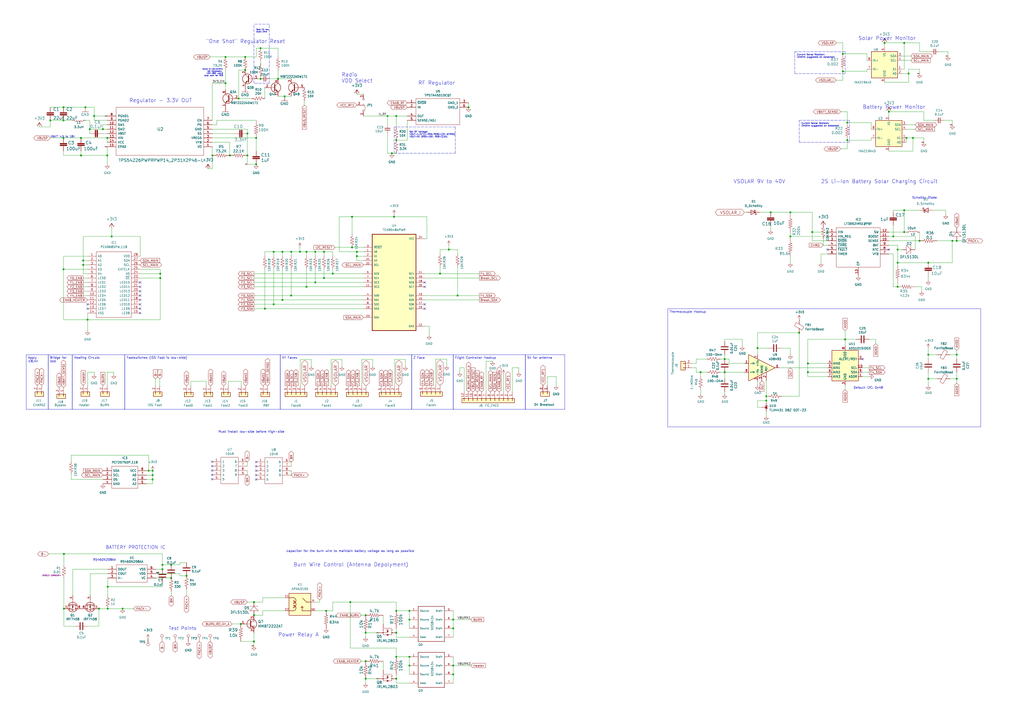
<source format=kicad_sch>
(kicad_sch (version 20231120) (generator "eeschema") (generator_version "8.0")
  (paper "A2")
  (junction (at 52.07 74.93))
  (junction (at 406.4 215.9))
  (junction (at 538.48 152.4))
  (junction (at 237.49 381))
  (junction (at 204.216 125.73))
  (junction (at 46.99 90.17))
  (junction (at 147.32 372.11))
  (junction (at 204.216 143.51))
  (junction (at 193.04 158.75))
  (junction (at 62.23 90.17))
  (junction (at 62.23 80.01))
  (junction (at 552.45 139.7))
  (junction (at 468.63 210.82))
  (junction (at 54.61 67.31))
  (junction (at 525.78 80.01))
  (junction (at 187.96 146.05))
  (junction (at 48.26 151.13))
  (junction (at 207.01 146.05))
  (junction (at 488.95 41.402))
  (junction (at 524.51 24.892))
  (junction (at 147.32 349.25))
  (junction (at 177.8 146.05))
  (junction (at 237.49 359.41))
  (junction (at 151.13 27.94))
  (junction (at 187.96 161.29))
  (junction (at 207.01 148.59))
  (junction (at 48.26 153.67))
  (junction (at 161.29 45.72))
  (junction (at 99.314 335.28))
  (junction (at 203.2 349.25))
  (junction (at 94.234 327.66))
  (junction (at 471.17 134.62))
  (junction (at 444.5 232.41))
  (junction (at 538.48 219.71))
  (junction (at 29.21 69.85))
  (junction (at 94.234 330.2))
  (junction (at 529.59 80.01))
  (junction (at 62.484 340.36))
  (junction (at 458.47 137.16))
  (junction (at 62.484 353.06))
  (junction (at 182.88 163.83))
  (junction (at 444.5 229.87))
  (junction (at 229.87 367.03))
  (junction (at 515.62 64.77))
  (junction (at 237.49 354.33))
  (junction (at 420.37 208.28))
  (junction (at 86.233 273.05))
  (junction (at 491.49 71.12))
  (junction (at 92.964 161.29))
  (junction (at 142.24 33.02))
  (junction (at 88.519 275.59))
  (junction (at 37.084 321.31))
  (junction (at 468.63 215.9))
  (junction (at 447.04 123.19))
  (junction (at 224.79 67.31))
  (junction (at 168.91 146.05))
  (junction (at 151.13 45.72))
  (junction (at 490.22 196.85))
  (junction (at 165.1 55.88))
  (junction (at 229.87 354.33))
  (junction (at 46.99 80.01))
  (junction (at 520.7 152.4))
  (junction (at 143.51 90.17))
  (junction (at 36.83 156.21))
  (junction (at 518.16 137.16))
  (junction (at 133.35 90.17))
  (junction (at 158.75 176.53))
  (junction (at 92.964 158.75))
  (junction (at 36.83 69.85))
  (junction (at 554.99 219.71))
  (junction (at 227.33 88.9))
  (junction (at 130.81 33.02))
  (junction (at 463.55 193.04))
  (junction (at 64.77 137.16))
  (junction (at 520.7 144.78))
  (junction (at 255.27 158.75))
  (junction (at 262.89 386.08))
  (junction (at 147.32 356.87))
  (junction (at 439.42 201.93))
  (junction (at 229.87 81.28))
  (junction (at 123.19 90.17))
  (junction (at 57.404 353.06))
  (junction (at 88.519 273.05))
  (junction (at 262.89 364.49))
  (junction (at 50.8 185.42))
  (junction (at 148.59 95.25))
  (junction (at 262.89 359.41))
  (junction (at 177.8 166.37))
  (junction (at 212.09 393.7))
  (junction (at 420.37 215.9))
  (junction (at 265.43 171.45))
  (junction (at 142.24 40.64))
  (junction (at 139.7 361.95))
  (junction (at 163.83 173.99))
  (junction (at 163.83 146.05))
  (junction (at 260.35 144.78))
  (junction (at 527.05 42.672))
  (junction (at 130.81 48.26))
  (junction (at 212.09 383.54))
  (junction (at 538.48 205.74))
  (junction (at 271.78 62.23))
  (junction (at 59.69 74.93))
  (junction (at 229.87 381))
  (junction (at 533.4 139.7))
  (junction (at 108.204 334.01))
  (junction (at 168.91 171.45))
  (junction (at 554.99 139.7))
  (junction (at 513.08 24.892))
  (junction (at 49.53 62.23))
  (junction (at 36.83 62.23))
  (junction (at 520.7 166.37))
  (junction (at 148.59 80.01))
  (junction (at 36.83 80.01))
  (junction (at 458.47 123.19))
  (junction (at 71.12 353.06))
  (junction (at 229.87 393.7))
  (junction (at 524.51 121.92))
  (junction (at 212.09 367.03))
  (junction (at 228.6 125.73))
  (junction (at 491.49 81.28))
  (junction (at 158.75 146.05))
  (junction (at 182.88 146.05))
  (junction (at 262.89 391.16))
  (junction (at 524.51 134.62))
  (junction (at 212.09 356.87))
  (junction (at 88.519 278.13))
  (junction (at 99.314 327.66))
  (junction (at 153.67 179.07))
  (junction (at 229.87 67.31))
  (junction (at 554.99 205.74))
  (junction (at 173.99 146.05))
  (junction (at 138.43 57.15))
  (junction (at 488.95 31.242))
  (junction (at 237.49 386.08))
  (junction (at 37.084 353.06))
  (junction (at 143.51 77.47))
  (junction (at 189.23 354.33))
  (no_connect (at 500.38 208.28))
  (no_connect (at 480.06 144.78))
  (no_connect (at 515.62 144.78))
  (no_connect (at 246.38 163.83))
  (no_connect (at 246.38 166.37))
  (no_connect (at 246.38 176.53))
  (no_connect (at 246.38 179.07))
  (no_connect (at 123.063 270.383))
  (no_connect (at 148.59 278.13))
  (no_connect (at 148.59 275.59))
  (no_connect (at 148.59 273.05))
  (no_connect (at 123.063 278.003))
  (no_connect (at 148.59 270.51))
  (no_connect (at 123.063 267.843))
  (no_connect (at 123.063 272.923))
  (no_connect (at 123.063 275.463))
  (no_connect (at 148.59 267.97))
  (no_connect (at 81.28 176.53))
  (no_connect (at 81.28 179.07))
  (no_connect (at 81.28 163.83))
  (no_connect (at 81.28 166.37))
  (no_connect (at 81.28 168.91))
  (no_connect (at 81.28 171.45))
  (no_connect (at 81.28 173.99))
  (no_connect (at 50.8 179.07))
  (no_connect (at 50.8 176.53))
  (no_connect (at 81.28 181.61))
  (wire (pts (xy 491.49 81.28) (xy 491.49 86.36)))
  (wire (pts (xy 439.42 193.04) (xy 439.42 201.93)))
  (wire (pts (xy 143.51 349.25) (xy 147.32 349.25)))
  (wire (pts (xy 500.38 218.44) (xy 504.19 218.44)))
  (wire (pts (xy 207.01 146.05) (xy 207.01 148.59)))
  (polyline (pts (xy 147.32 48.26) (xy 147.32 13.97)) (stroke (width 0) (type dash)))
  (wire (pts (xy 554.99 219.71) (xy 554.99 222.25)))
  (wire (pts (xy 81.28 156.21) (xy 92.964 156.21)))
  (wire (pts (xy 525.78 80.01) (xy 529.59 80.01)))
  (wire (pts (xy 152.4 346.71) (xy 152.4 349.25)))
  (wire (pts (xy 180.594 212.344) (xy 180.594 208.534)))
  (wire (pts (xy 62.23 72.39) (xy 59.69 72.39)))
  (polyline (pts (xy 264.16 73.66) (xy 228.6 73.66)) (stroke (width 0) (type dash)))
  (wire (pts (xy 81.28 161.29) (xy 92.964 161.29)))
  (wire (pts (xy 147.32 173.99) (xy 163.83 173.99)))
  (wire (pts (xy 520.7 166.37) (xy 518.16 166.37)))
  (wire (pts (xy 130.81 40.64) (xy 130.81 48.26)))
  (wire (pts (xy 297.18 227.33) (xy 297.18 213.36)))
  (wire (pts (xy 22.86 73.66) (xy 29.21 73.66)))
  (wire (pts (xy 458.47 134.62) (xy 458.47 137.16)))
  (wire (pts (xy 533.4 42.672) (xy 533.4 40.132)))
  (wire (pts (xy 54.61 69.85) (xy 62.23 69.85)))
  (wire (pts (xy 530.86 137.16) (xy 518.16 137.16)))
  (wire (pts (xy 94.234 340.36) (xy 62.484 340.36)))
  (wire (pts (xy 529.59 87.63) (xy 529.59 80.01)))
  (wire (pts (xy 88.519 275.59) (xy 88.519 273.05)))
  (polyline (pts (xy 461.01 42.672) (xy 461.01 29.972)) (stroke (width 0) (type dash)))
  (wire (pts (xy 207.01 148.59) (xy 210.82 148.59)))
  (wire (pts (xy 207.01 146.05) (xy 210.82 146.05)))
  (wire (pts (xy 168.91 267.97) (xy 168.91 270.51)))
  (wire (pts (xy 513.08 24.892) (xy 524.51 24.892)))
  (wire (pts (xy 212.09 367.03) (xy 212.09 369.57)))
  (wire (pts (xy 518.16 147.32) (xy 515.62 147.32)))
  (wire (pts (xy 439.42 205.74) (xy 439.42 201.93)))
  (wire (pts (xy 52.07 74.93) (xy 52.07 69.85)))
  (wire (pts (xy 262.89 364.49) (xy 262.89 359.41)))
  (polyline (pts (xy 490.22 42.672) (xy 461.01 42.672)) (stroke (width 0) (type dash)))
  (wire (pts (xy 505.46 81.28) (xy 505.46 80.01)))
  (wire (pts (xy 94.234 327.66) (xy 94.234 321.31)))
  (wire (pts (xy 41.275 264.033) (xy 86.233 264.033)))
  (wire (pts (xy 48.26 166.37) (xy 50.8 166.37)))
  (wire (pts (xy 209.804 208.534) (xy 216.154 208.534)))
  (wire (pts (xy 119.634 221.234) (xy 119.634 223.774)))
  (wire (pts (xy 50.8 153.67) (xy 48.26 153.67)))
  (wire (pts (xy 158.75 146.05) (xy 158.75 148.59)))
  (wire (pts (xy 212.09 393.7) (xy 212.09 396.24)))
  (wire (pts (xy 123.19 48.26) (xy 130.81 48.26)))
  (wire (pts (xy 491.49 71.12) (xy 491.49 64.77)))
  (wire (pts (xy 403.86 215.9) (xy 406.4 215.9)))
  (wire (pts (xy 210.82 67.31) (xy 224.79 67.31)))
  (wire (pts (xy 147.32 349.25) (xy 152.4 349.25)))
  (wire (pts (xy 520.7 152.4) (xy 538.48 152.4)))
  (wire (pts (xy 406.4 215.9) (xy 406.4 218.44)))
  (wire (pts (xy 549.91 29.972) (xy 544.83 29.972)))
  (wire (pts (xy 85.09 278.13) (xy 88.519 278.13)))
  (wire (pts (xy 43.434 363.22) (xy 37.084 363.22)))
  (wire (pts (xy 64.77 137.16) (xy 81.28 137.16)))
  (wire (pts (xy 99.314 327.66) (xy 104.394 327.66)))
  (wire (pts (xy 123.19 69.85) (xy 123.19 48.26)))
  (wire (pts (xy 204.216 143.51) (xy 210.82 143.51)))
  (wire (pts (xy 158.75 146.05) (xy 163.83 146.05)))
  (wire (pts (xy 193.04 148.59) (xy 193.04 146.05)))
  (wire (pts (xy 182.88 163.83) (xy 210.82 163.83)))
  (wire (pts (xy 219.71 367.03) (xy 212.09 367.03)))
  (wire (pts (xy 468.63 210.82) (xy 480.06 210.82)))
  (wire (pts (xy 51.054 363.22) (xy 57.404 363.22)))
  (wire (pts (xy 147.32 171.45) (xy 168.91 171.45)))
  (wire (pts (xy 520.7 144.78) (xy 520.7 152.4)))
  (wire (pts (xy 193.04 156.21) (xy 193.04 158.75)))
  (wire (pts (xy 527.05 42.672) (xy 527.05 40.132)))
  (wire (pts (xy 265.43 171.45) (xy 278.13 171.45)))
  (wire (pts (xy 281.94 209.55) (xy 285.75 209.55)))
  (wire (pts (xy 104.394 327.66) (xy 104.394 326.39)))
  (wire (pts (xy 549.91 32.512) (xy 549.91 29.972)))
  (wire (pts (xy 488.95 31.242) (xy 502.92 31.242)))
  (wire (pts (xy 255.27 144.78) (xy 260.35 144.78)))
  (wire (pts (xy 48.26 137.16) (xy 48.26 151.13)))
  (wire (pts (xy 523.24 40.132) (xy 524.51 40.132)))
  (wire (pts (xy 530.86 144.78) (xy 530.86 137.16)))
  (wire (pts (xy 458.47 123.19) (xy 458.47 124.46)))
  (wire (pts (xy 138.43 40.64) (xy 142.24 40.64)))
  (wire (pts (xy 187.96 156.21) (xy 187.96 161.29)))
  (wire (pts (xy 85.09 275.59) (xy 88.519 275.59)))
  (wire (pts (xy 420.37 196.85) (xy 430.53 196.85)))
  (wire (pts (xy 52.07 77.47) (xy 52.07 74.93)))
  (wire (pts (xy 161.29 27.94) (xy 161.29 33.02)))
  (wire (pts (xy 538.48 160.02) (xy 538.48 162.56)))
  (wire (pts (xy 81.28 148.59) (xy 81.28 137.16)))
  (wire (pts (xy 125.73 72.39) (xy 123.19 72.39)))
  (wire (pts (xy 48.26 171.45) (xy 50.8 171.45)))
  (wire (pts (xy 491.49 71.12) (xy 505.46 71.12)))
  (wire (pts (xy 50.8 185.42) (xy 50.8 181.61)))
  (polyline (pts (xy 490.22 29.972) (xy 490.22 42.672)) (stroke (width 0) (type dash)))
  (wire (pts (xy 203.2 349.25) (xy 229.87 349.25)))
  (wire (pts (xy 490.22 196.85) (xy 490.22 200.66)))
  (wire (pts (xy 207.01 151.13) (xy 210.82 151.13)))
  (wire (pts (xy 485.14 46.482) (xy 488.95 46.482)))
  (wire (pts (xy 212.09 383.54) (xy 209.55 383.54)))
  (wire (pts (xy 62.23 90.17) (xy 62.23 95.25)))
  (wire (pts (xy 487.68 64.77) (xy 491.49 64.77)))
  (wire (pts (xy 458.47 201.93) (xy 458.47 205.74)))
  (wire (pts (xy 62.484 340.36) (xy 62.484 335.28)))
  (wire (pts (xy 266.7 213.36) (xy 269.24 213.36)))
  (wire (pts (xy 477.52 138.43) (xy 477.52 142.24)))
  (wire (pts (xy 524.51 134.62) (xy 525.78 134.62)))
  (wire (pts (xy 417.83 208.28) (xy 420.37 208.28)))
  (wire (pts (xy 62.23 223.52) (xy 62.23 215.9)))
  (wire (pts (xy 163.83 146.05) (xy 168.91 146.05)))
  (wire (pts (xy 535.94 69.85) (xy 535.94 64.77)))
  (polyline (pts (xy 156.21 48.26) (xy 156.21 13.97)) (stroke (width 0) (type dash)))
  (wire (pts (xy 420.37 227.33) (xy 420.37 228.6)))
  (wire (pts (xy 192.024 208.534) (xy 192.024 223.774)))
  (wire (pts (xy 266.7 215.9) (xy 266.7 213.36)))
  (polyline (pts (xy 463.55 69.85) (xy 492.76 69.85)) (stroke (width 0) (type dash)))
  (wire (pts (xy 430.53 196.85) (xy 430.53 200.66)))
  (wire (pts (xy 168.91 171.45) (xy 210.82 171.45)))
  (wire (pts (xy 177.8 146.05) (xy 182.88 146.05)))
  (wire (pts (xy 246.38 158.75) (xy 255.27 158.75)))
  (wire (pts (xy 90.17 219.71) (xy 90.17 223.52)))
  (wire (pts (xy 108.204 345.44) (xy 108.204 341.63)))
  (wire (pts (xy 37.084 321.31) (xy 28.194 321.31)))
  (wire (pts (xy 121.92 33.02) (xy 130.81 33.02)))
  (wire (pts (xy 104.394 332.74) (xy 104.394 334.01)))
  (wire (pts (xy 52.324 332.74) (xy 52.324 345.44)))
  (wire (pts (xy 444.5 232.41) (xy 444.5 233.68)))
  (wire (pts (xy 189.23 354.33) (xy 193.04 354.33)))
  (wire (pts (xy 246.38 171.45) (xy 265.43 171.45)))
  (wire (pts (xy 90.424 335.28) (xy 99.314 335.28)))
  (wire (pts (xy 452.12 213.36) (xy 480.06 213.36)))
  (wire (pts (xy 46.99 80.01) (xy 62.23 80.01)))
  (wire (pts (xy 147.32 374.65) (xy 147.32 372.11)))
  (wire (pts (xy 132.334 223.774) (xy 132.334 221.234)))
  (wire (pts (xy 224.79 88.9) (xy 227.33 88.9)))
  (wire (pts (xy 29.21 73.66) (xy 29.21 69.85)))
  (wire (pts (xy 520.7 152.4) (xy 520.7 153.67)))
  (wire (pts (xy 46.99 90.17) (xy 62.23 90.17)))
  (wire (pts (xy 554.99 215.9) (xy 554.99 219.71)))
  (wire (pts (xy 297.18 213.36) (xy 300.99 213.36)))
  (wire (pts (xy 88.519 275.59) (xy 88.519 278.13)))
  (wire (pts (xy 237.49 354.33) (xy 229.87 354.33)))
  (wire (pts (xy 139.954 221.234) (xy 139.954 223.774)))
  (wire (pts (xy 530.86 166.37) (xy 534.67 166.37)))
  (wire (pts (xy 317.5 218.44) (xy 317.5 223.52)))
  (wire (pts (xy 535.94 82.55) (xy 535.94 80.01)))
  (wire (pts (xy 187.96 161.29) (xy 210.82 161.29)))
  (wire (pts (xy 86.233 273.05) (xy 85.09 273.05)))
  (wire (pts (xy 520.7 144.78) (xy 523.24 144.78)))
  (wire (pts (xy 224.79 77.47) (xy 224.79 88.9)))
  (wire (pts (xy 262.89 369.57) (xy 262.89 364.49)))
  (wire (pts (xy 420.37 208.28) (xy 422.91 208.28)))
  (wire (pts (xy 54.61 62.23) (xy 54.61 67.31)))
  (wire (pts (xy 458.47 137.16) (xy 480.06 137.16)))
  (wire (pts (xy 62.23 215.9) (xy 66.04 215.9)))
  (wire (pts (xy 262.89 396.24) (xy 262.89 391.16)))
  (wire (pts (xy 508 196.85) (xy 508 199.39)))
  (wire (pts (xy 262.89 391.16) (xy 262.89 386.08)))
  (wire (pts (xy 104.394 326.39) (xy 108.204 326.39)))
  (wire (pts (xy 227.33 88.9) (xy 229.87 88.9)))
  (wire (pts (xy 403.86 215.9) (xy 403.86 213.36)))
  (wire (pts (xy 458.47 148.59) (xy 458.47 152.4)))
  (wire (pts (xy 515.62 134.62) (xy 524.51 134.62)))
  (wire (pts (xy 161.29 40.64) (xy 161.29 45.72)))
  (wire (pts (xy 406.4 215.9) (xy 410.21 215.9)))
  (wire (pts (xy 50.8 223.52) (xy 50.8 215.9)))
  (wire (pts (xy 292.1 217.17) (xy 292.1 227.33)))
  (wire (pts (xy 163.83 146.05) (xy 163.83 148.59)))
  (wire (pts (xy 458.47 123.19) (xy 471.17 123.19)))
  (wire (pts (xy 237.49 396.24) (xy 229.87 396.24)))
  (wire (pts (xy 515.62 87.63) (xy 529.59 87.63)))
  (wire (pts (xy 123.19 80.01) (xy 148.59 80.01)))
  (wire (pts (xy 401.32 210.82) (xy 403.86 210.82)))
  (wire (pts (xy 224.79 72.39) (xy 224.79 67.31)))
  (wire (pts (xy 523.24 42.672) (xy 527.05 42.672)))
  (wire (pts (xy 525.78 74.93) (xy 530.86 74.93)))
  (wire (pts (xy 94.234 327.66) (xy 94.234 330.2)))
  (wire (pts (xy 182.88 349.25) (xy 185.42 349.25)))
  (wire (pts (xy 49.53 69.85) (xy 52.07 69.85)))
  (wire (pts (xy 168.91 273.05) (xy 168.91 275.59)))
  (wire (pts (xy 147.32 176.53) (xy 158.75 176.53)))
  (wire (pts (xy 529.59 80.01) (xy 535.94 80.01)))
  (wire (pts (xy 52.324 332.74) (xy 62.484 332.74)))
  (wire (pts (xy 94.234 321.31) (xy 37.084 321.31)))
  (wire (pts (xy 152.4 356.87) (xy 152.4 354.33)))
  (wire (pts (xy 168.91 45.72) (xy 161.29 45.72)))
  (wire (pts (xy 36.83 80.01) (xy 29.21 80.01)))
  (polyline (pts (xy 156.21 13.97) (xy 147.32 13.97)) (stroke (width 0) (type dash)))
  (wire (pts (xy 439.42 220.98) (xy 439.42 223.52)))
  (wire (pts (xy 216.154 208.534) (xy 216.154 212.344)))
  (wire (pts (xy 229.87 73.66) (xy 229.87 67.31)))
  (wire (pts (xy 59.69 278.13) (xy 41.275 278.13)))
  (wire (pts (xy 123.19 82.55) (xy 133.35 82.55)))
  (wire (pts (xy 193.04 354.33) (xy 193.04 349.25)))
  (wire (pts (xy 204.216 125.73) (xy 204.216 135.89)))
  (wire (pts (xy 37.084 321.31) (xy 37.084 327.66)))
  (wire (pts (xy 153.67 57.15) (xy 153.67 50.8)))
  (wire (pts (xy 229.87 396.24) (xy 229.87 393.7)))
  (wire (pts (xy 143.51 74.93) (xy 143.51 77.47)))
  (wire (pts (xy 502.92 41.402) (xy 502.92 40.132)))
  (wire (pts (xy 488.95 41.402) (xy 502.92 41.402)))
  (wire (pts (xy 151.13 35.56) (xy 151.13 36.83)))
  (wire (pts (xy 62.484 353.06) (xy 71.12 353.06)))
  (wire (pts (xy 177.8 148.59) (xy 177.8 146.05)))
  (wire (pts (xy 212.09 356.87) (xy 209.55 356.87)))
  (wire (pts (xy 29.21 69.85) (xy 36.83 69.85)))
  (wire (pts (xy 504.19 196.85) (xy 508 196.85)))
  (polyline (pts (xy 228.6 88.9) (xy 264.16 88.9)) (stroke (width 0) (type dash)))
  (wire (pts (xy 513.08 47.752) (xy 527.05 47.752)))
  (wire (pts (xy 149.86 45.72) (xy 151.13 45.72)))
  (wire (pts (xy 453.39 229.87) (xy 463.55 229.87)))
  (wire (pts (xy 552.45 72.39) (xy 552.45 69.85)))
  (wire (pts (xy 48.26 163.83) (xy 50.8 163.83)))
  (polyline (pts (xy 492.76 69.85) (xy 492.76 82.55)) (stroke (width 0) (type dash)))
  (wire (pts (xy 163.83 173.99) (xy 210.82 173.99)))
  (wire (pts (xy 237.49 364.49) (xy 237.49 359.41)))
  (wire (pts (xy 148.59 27.94) (xy 151.13 27.94)))
  (wire (pts (xy 535.94 69.85) (xy 542.29 69.85)))
  (wire (pts (xy 471.17 123.19) (xy 471.17 134.62)))
  (wire (pts (xy 401.32 213.36) (xy 403.86 213.36)))
  (wire (pts (xy 182.88 354.33) (xy 189.23 354.33)))
  (wire (pts (xy 132.334 221.234) (xy 139.954 221.234)))
  (wire (pts (xy 548.64 121.92) (xy 548.64 124.46)))
  (wire (pts (xy 476.25 147.32) (xy 476.25 152.4)))
  (wire (pts (xy 90.424 330.2) (xy 94.234 330.2)))
  (wire (pts (xy 518.16 137.16) (xy 515.62 137.16)))
  (wire (pts (xy 523.24 35.052) (xy 528.32 35.052)))
  (wire (pts (xy 139.7 372.11) (xy 147.32 372.11)))
  (wire (pts (xy 177.8 156.21) (xy 177.8 166.37)))
  (wire (pts (xy 143.383 272.923) (xy 143.383 275.463)))
  (wire (pts (xy 123.19 85.09) (xy 123.19 90.17)))
  (wire (pts (xy 173.99 146.05) (xy 173.99 143.51)))
  (wire (pts (xy 123.19 97.79) (xy 120.65 97.79)))
  (wire (pts (xy 54.61 67.31) (xy 54.61 69.85)))
  (wire (pts (xy 252.73 208.28) (xy 259.08 208.28)))
  (wire (pts (xy 551.18 219.71) (xy 554.99 219.71)))
  (wire (pts (xy 538.48 201.93) (xy 538.48 205.74)))
  (wire (pts (xy 48.26 161.29) (xy 50.8 161.29)))
  (wire (pts (xy 158.75 176.53) (xy 210.82 176.53)))
  (wire (pts (xy 110.744 221.234) (xy 119.634 221.234)))
  (wire (pts (xy 147.32 161.29) (xy 187.96 161.29)))
  (wire (pts (xy 156.21 45.72) (xy 161.29 45.72)))
  (wire (pts (xy 520.7 163.83) (xy 520.7 166.37)))
  (wire (pts (xy 198.374 208.534) (xy 192.024 208.534)))
  (wire (pts (xy 403.86 208.28) (xy 410.21 208.28)))
  (wire (pts (xy 246.38 161.29) (xy 278.13 161.29)))
  (wire (pts (xy 59.69 74.93) (xy 52.07 74.93)))
  (wire (pts (xy 229.87 391.16) (xy 229.87 393.7)))
  (polyline (pts (xy 463.55 82.55) (xy 463.55 69.85)) (stroke (width 0) (type dash)))
  (wire (pts (xy 262.89 359.41) (xy 273.05 359.41)))
  (wire (pts (xy 262.89 359.41) (xy 262.89 354.33)))
  (wire (pts (xy 99.314 345.44) (xy 99.314 342.9)))
  (wire (pts (xy 269.24 227.33) (xy 269.24 213.36)))
  (wire (pts (xy 513.08 24.892) (xy 513.08 27.432)))
  (wire (pts (xy 551.18 205.74) (xy 554.99 205.74)))
  (wire (pts (xy 515.62 64.77) (xy 535.94 64.77)))
  (wire (pts (xy 229.87 67.31) (xy 236.22 67.31)))
  (wire (pts (xy 143.51 95.25) (xy 148.59 95.25)))
  (wire (pts (xy 148.59 33.02) (xy 142.24 33.02)))
  (wire (pts (xy 515.62 142.24) (xy 520.7 142.24)))
  (wire (pts (xy 165.1 346.71) (xy 152.4 346.71)))
  (wire (pts (xy 57.404 363.22) (xy 57.404 353.06)))
  (wire (pts (xy 235.204 208.534) (xy 228.854 208.534)))
  (wire (pts (xy 168.91 55.88) (xy 165.1 55.88)))
  (wire (pts (xy 71.12 353.06) (xy 77.47 353.06)))
  (wire (pts (xy 523.24 32.512) (xy 528.32 32.512)))
  (wire (pts (xy 228.6 125.73) (xy 204.216 125.73)))
  (wire (pts (xy 515.62 64.77) (xy 515.62 67.31)))
  (wire (pts (xy 552.45 139.7) (xy 554.99 139.7)))
  (wire (pts (xy 255.27 158.75) (xy 278.13 158.75)))
  (wire (pts (xy 463.55 193.04) (xy 439.42 193.04)))
  (wire (pts (xy 49.53 62.23) (xy 54.61 62.23)))
  (wire (pts (xy 36.83 90.17) (xy 46.99 90.17)))
  (wire (pts (xy 262.89 386.08) (xy 262.89 381)))
  (wire (pts (xy 265.43 144.78) (xy 265.43 147.32)))
  (polyline (pts (xy 228.6 73.66) (xy 228.6 88.9)) (stroke (width 0) (type dash)))
  (polyline (pts (xy 264.16 88.9) (xy 264.16 73.66)) (stroke (width 0) (type dash)))
  (wire (pts (xy 527.05 40.132) (xy 533.4 40.132)))
  (wire (pts (xy 554.99 205.74) (xy 554.99 208.28)))
  (wire (pts (xy 138.43 57.15) (xy 138.43 40.64)))
  (wire (pts (xy 422.91 210.82) (xy 422.91 208.28)))
  (wire (pts (xy 62.23 82.55) (xy 62.23 80.01)))
  (wire (pts (xy 524.51 24.892) (xy 533.4 24.892)))
  (wire (pts (xy 222.25 361.95) (xy 222.25 356.87)))
  (wire (pts (xy 152.4 354.33) (xy 165.1 354.33)))
  (wire (pts (xy 420.37 215.9) (xy 420.37 219.71)))
  (wire (pts (xy 204.216 125.73) (xy 196.85 125.73)))
  (wire (pts (xy 533.4 134.62) (xy 533.4 139.7)))
  (wire (pts (xy 480.06 147.32) (xy 476.25 147.32)))
  (wire (pts (xy 48.26 137.16) (xy 64.77 137.16)))
  (wire (pts (xy 110.744 223.774) (xy 110.744 221.234)))
  (wire (pts (xy 554.99 139.7) (xy 560.07 139.7)))
  (wire (pts (xy 42.164 330.2) (xy 62.484 330.2)))
  (wire (pts (xy 262.89 386.08) (xy 273.05 386.08)))
  (wire (pts (xy 468.63 215.9) (xy 480.06 215.9)))
  (wire (pts (xy 36.83 90.17) (xy 36.83 87.63)))
  (wire (pts (xy 151.13 44.45) (xy 151.13 45.72)))
  (wire (pts (xy 538.48 152.4) (xy 552.45 152.4)))
  (wire (pts (xy 177.8 166.37) (xy 210.82 166.37)))
  (wire (pts (xy 36.83 69.85) (xy 41.91 69.85)))
  (wire (pts (xy 92.964 158.75) (xy 92.964 161.29)))
  (wire (pts (xy 88.519 273.05) (xy 86.233 273.05)))
  (wire (pts (xy 500.38 215.9) (xy 504.19 215.9)))
  (wire (pts (xy 187.96 148.59) (xy 187.96 146.05)))
  (wire (pts (xy 525.78 72.39) (xy 530.86 72.39)))
  (wire (pts (xy 88.519 278.13) (xy 88.519 280.67)))
  (wire (pts (xy 36.83 148.59) (xy 36.83 156.21)))
  (wire (pts (xy 168.91 146.05) (xy 173.99 146.05)))
  (wire (pts (xy 471.17 139.7) (xy 480.06 139.7)))
  (wire (pts (xy 222.25 388.62) (xy 222.25 383.54)))
  (wire (pts (xy 444.5 220.98) (xy 444.5 229.87)))
  (wire (pts (xy 525.78 80.01) (xy 525.78 82.55)))
  (wire (pts (xy 518.16 130.81) (xy 518.16 137.16)))
  (wire (pts (xy 246.38 173.99) (xy 278.13 173.99)))
  (wire (pts (xy 123.19 74.93) (xy 143.51 74.93)))
  (wire (pts (xy 187.96 146.05) (xy 182.88 146.05)))
  (wire (pts (xy 182.88 156.21) (xy 182.88 163.83)))
  (wire (pts (xy 147.32 179.07) (xy 153.67 179.07)))
  (wire (pts (xy 148.59 80.01) (xy 148.59 87.63)))
  (wire (pts (xy 433.07 123.19) (xy 431.8 123.19)))
  (wire (pts (xy 485.14 24.892) (xy 488.95 24.892)))
  (wire (pts (xy 174.244 208.534) (xy 174.244 223.774)))
  (wire (pts (xy 505.46 71.12) (xy 505.46 74.93)))
  (wire (pts (xy 490.22 223.52) (xy 490.22 226.06)))
  (wire (pts (xy 177.8 146.05) (xy 173.99 146.05)))
  (wire (pts (xy 420.37 205.74) (xy 420.37 208.28)))
  (wire (pts (xy 538.48 215.9) (xy 538.48 219.71)))
  (wire (pts (xy 146.05 57.15) (xy 138.43 57.15)))
  (wire (pts (xy 148.59 69.85) (xy 125.73 69.85)))
  (wire (pts (xy 185.42 349.25) (xy 185.42 347.98)))
  (wire (pts (xy 420.37 215.9) (xy 431.8 215.9)))
  (wire (pts (xy 403.86 208.28) (xy 403.86 210.82)))
  (wire (pts (xy 265.43 154.94) (xy 265.43 171.45)))
  (wire (pts (xy 247.65 125.73) (xy 247.65 138.43)))
  (wire (pts (xy 66.04 215.9) (xy 66.04 217.17)))
  (wire (pts (xy 130.81 33.02) (xy 142.24 33.02)))
  (wire (pts (xy 134.62 361.95) (xy 139.7 361.95)))
  (wire (pts (xy 552.45 139.7) (xy 543.56 139.7)))
  (wire (pts (xy 153.67 156.21) (xy 153.67 179.07)))
  (wire (pts (xy 62.23 77.47) (xy 59.69 77.47)))
  (wire (pts (xy 147.32 166.37) (xy 177.8 166.37)))
  (wire (pts (xy 50.8 185.42) (xy 92.964 185.42)))
  (wire (pts (xy 300.99 213.36) (xy 300.99 215.9)))
  (wire (pts (xy 203.2 375.92) (xy 203.2 349.25)))
  (wire (pts (xy 444.5 229.87) (xy 444.5 232.41)))
  (wire (pts (xy 42.164 345.44) (xy 42.164 330.2)))
  (wire (pts (xy 417.83 215.9) (xy 420.37 215.9)))
  (wire (pts (xy 533.4 29.972) (xy 539.75 29.972)))
  (wire (pts (xy 176.53 60.96) (xy 176.53 58.42)))
  (wire (pts (xy 50.8 151.13) (xy 48.26 151.13)))
  (wire (pts (xy 252.73 223.52) (xy 252.73 208.28)))
  (wire (pts (xy 36.83 185.42) (xy 50.8 185.42)))
  (wire (pts (xy 468.63 210.82) (xy 468.63 196.85)))
  (wire (pts (xy 41.275 275.082) (xy 41.275 278.13)))
  (wire (pts (xy 48.26 168.91) (xy 50.8 168.91)))
  (wire (pts (xy 229.87 81.28) (xy 236.22 81.28)))
  (wire (pts (xy 439.42 201.93) (xy 445.77 201.93)))
  (wire (pts (xy 518.16 166.37) (xy 518.16 147.32)))
  (wire (pts (xy 439.42 232.41) (xy 444.5 232.41)))
  (wire (pts (xy 447.04 130.81) (xy 447.04 133.35)))
  (wire (pts (xy 163.83 156.21) (xy 163.83 173.99)))
  (wire (pts (xy 453.39 201.93) (xy 458.47 201.93)))
  (wire (pts (xy 447.04 123.19) (xy 458.47 123.19)))
  (wire (pts (xy 480.06 218.44) (xy 468.63 218.44)))
  (polyline (pts (xy 492.76 82.55) (xy 463.55 82.55)) (stroke (width 0) (type dash)))
  (wire (pts (xy 229.87 369.57) (xy 229.87 367.03)))
  (wire (pts (xy 94.234 327.66) (xy 99.314 327.66)))
  (wire (pts (xy 322.58 223.52) (xy 322.58 218.44)))
  (wire (pts (xy 488.95 41.402) (xy 488.95 46.482)))
  (wire (pts (xy 524.51 121.92) (xy 518.16 121.92)))
  (wire (pts (xy 36.83 148.59) (xy 50.8 148.59)))
  (wire (pts (xy 153.67 148.59) (xy 153.67 146.05)))
  (wire (pts (xy 41.275 267.462) (xy 41.275 264.033)))
  (wire (pts (xy 271.78 62.23) (xy 271.78 59.69)))
  (wire (pts (xy 518.16 121.92) (xy 518.16 123.19)))
  (wire (pts (xy 502.92 31.242) (xy 502.92 35.052)))
  (wire (pts (xy 37.084 353.06) (xy 37.084 335.28)))
  (wire (pts (xy 59.69 74.93) (xy 59.69 72.39)))
  (wire (pts (xy 260.35 142.24) (xy 260.35 144.78)))
  (wire (pts (xy 500.38 213.36) (xy 504.19 213.36)))
  (wire (pts (xy 468.63 215.9) (xy 468.63 210.82)))
  (wire (pts (xy 104.394 334.01) (xy 108.204 334.01)))
  (wire (pts (xy 196.85 146.05) (xy 207.01 146.05)))
  (wire (pts (xy 527.05 47.752) (xy 527.05 42.672)))
  (wire (pts (xy 143.51 77.47) (xy 143.51 90.17)))
  (wire (pts (xy 48.26 158.75) (xy 48.26 153.67)))
  (wire (pts (xy 248.92 189.23) (xy 248.92 194.31)))
  (wire (pts (xy 94.234 337.82) (xy 94.234 340.36)))
  (wire (pts (xy 37.084 363.22) (xy 37.084 353.06)))
  (wire (pts (xy 237.49 391.16) (xy 237.49 386.08)))
  (wire (pts (xy 237.49 369.57) (xy 229.87 369.57)))
  (wire (pts (xy 538.48 205.74) (xy 543.56 205.74)))
  (wire (pts (xy 487.68 86.36) (xy 491.49 86.36)))
  (wire (pts (xy 229.87 349.25) (xy 229.87 354.33)))
  (wire (pts (xy 420.37 198.12) (xy 420.37 196.85)))
  (wire (pts (xy 29.21 62.23) (xy 36.83 62.23)))
  (wire (pts (xy 168.91 146.05) (xy 168.91 148.59)))
  (wire (pts (xy 123.19 90.17) (xy 123.19 97.79)))
  (wire (pts (xy 50.8 158.75) (xy 48.26 158.75)))
  (wire (pts (xy 235.204 212.344) (xy 235.204 208.534)))
  (wire (pts (xy 554.99 203.2) (xy 554.99 205.74)))
  (wire (pts (xy 86.233 264.033) (xy 86.233 273.05)))
  (wire (pts (xy 92.964 156.21) (xy 92.964 158.75)))
  (wire (pts (xy 468.63 196.85) (xy 490.22 196.85)))
  (wire (pts (xy 92.964 161.29) (xy 92.964 185.42)))
  (wire (pts (xy 36.83 156.21) (xy 36.83 185.42)))
  (wire (pts (xy 180.594 208.534) (xy 174.244 208.534)))
  (polyline (pts (xy 156.21 48.26) (xy 147.32 48.26)) (stroke (width 0) (type dash)))
  (wire (pts (xy 36.83 80.01) (xy 46.99 80.01)))
  (wire (pts (xy 147.32 163.83) (xy 182.88 163.83)))
  (wire (pts (xy 533.4 29.972) (xy 533.4 24.892)))
  (wire (pts (xy 158.75 156.21) (xy 158.75 176.53)))
  (wire (pts (xy 62.23 67.31) (xy 54.61 67.31)))
  (wire (pts (xy 85.09 280.67) (xy 88.519 280.67)))
  (wire (pts (xy 168.91 156.21) (xy 168.91 171.45)))
  (wire (pts (xy 36.83 156.21) (xy 50.8 156.21)))
  (wire (pts (xy 515.62 139.7) (xy 533.4 139.7)))
  (wire (pts (xy 62.23 74.93) (xy 59.69 74.93)))
  (wire (pts (xy 471.17 134.62) (xy 480.06 134.62)))
  (wire (pts (xy 147.32 372.11) (xy 147.32 367.03)))
  (wire (pts (xy 193.04 349.25) (xy 203.2 349.25)))
  (wire (pts (xy 490.22 191.77) (xy 490.22 196.85)))
  (wire (pts (xy 229.87 375.92) (xy 203.2 375.92)))
  (wire (pts (xy 209.804 223.774) (xy 209.804 208.534)))
  (polyline (pts (xy 461.01 29.972) (xy 490.22 29.972)) (stroke (width 0) (type dash)))
  (wire (pts (xy 524.51 134.62) (xy 524.51 121.92)))
  (wire (pts (xy 229.87 364.49) (xy 229.87 367.03)))
  (wire (pts (xy 151.13 27.94) (xy 161.29 27.94)))
  (wire (pts (xy 228.6 124.46) (xy 228.6 125.73)))
  (wire (pts (xy 48.26 153.67) (xy 48.26 151.13)))
  (wire (pts (xy 260.35 144.78) (xy 265.43 144.78)))
  (wire (pts (xy 182.88 148.59) (xy 182.88 146.05)))
  (wire (pts (xy 480.06 142.24) (xy 477.52 142.24)))
  (wire (pts (xy 125.73 69.85) (xy 125.73 72.39)))
  (wire (pts (xy 488.95 31.242) (xy 488.95 24.892)))
  (wire (pts (xy 54.61 215.9) (xy 54.61 217.17)))
  (wire (pts (xy 64.77 132.08) (xy 64.77 137.16)))
  (wire (pts (xy 552.45 69.85) (xy 547.37 69.85)))
  (wire (pts (xy 219.71 393.7) (xy 212.09 393.7)))
  (wire (pts (xy 440.69 123.19) (xy 447.04 123.19)))
  (wire (pts (xy 229.87 375.92) (xy 229.87 381)))
  (wire (pts (xy 491.49 81.28) (xy 505.46 81.28)))
  (wire (pts (xy 62.484 345.44) (xy 62.484 340.36)))
  (wire (pts (xy 36.83 62.23) (xy 49.53 62.23)))
  (wire (pts (xy 198.374 212.344) (xy 198.374 208.534)))
  (wire (pts (xy 193.04 158.75) (xy 210.82 158.75)))
  (wire (pts (xy 148.59 27.94) (xy 148.59 33.02)))
  (wire (pts (xy 444.5 238.76) (xy 444.5 241.3)))
  (wire (pts (xy 194.31 143.51) (xy 204.216 143.51)))
  (wire (pts (xy 81.28 158.75) (xy 92.964 158.75)))
  (wire (pts (xy 207.01 148.59) (xy 207.01 151.13)))
  (wire (pts (xy 153.67 179.07) (xy 210.82 179.07)))
  (wire (pts (xy 255.27 154.94) (xy 255.27 158.75)))
  (wire (pts (xy 431.8 210.82) (xy 422.91 210.82)))
  (wire (pts (xy 90.424 332.74) (xy 104.394 332.74)))
  (wire (pts (xy 147.32 356.87) (xy 152.4 356.87)))
  (wire (pts (xy 147.32 158.75) (xy 193.04 158.75)))
  (wire (pts (xy 236.22 81.28) (xy 236.22 69.85)))
  (wire (pts (xy 541.02 121.92) (xy 548.64 121.92)))
  (wire (pts (xy 520.7 142.24) (xy 520.7 144.78)))
  (wire (pts (xy 207.01 54.61) (xy 210.82 54.61)))
  (wire (pts (xy 538.48 205.74) (xy 538.48 208.28)))
  (wire (pts (xy 153.67 146.05) (xy 158.75 146.05)))
  (wire (pts (xy 524.51 121.92) (xy 533.4 121.92)))
  (wire (pts (xy 524.51 40.132) (xy 524.51 24.892)))
  (wire (pts (xy 224.79 67.31) (xy 229.87 67.31)))
  (wire (pts (xy 50.8 185.42) (xy 50.8 191.77)))
  (wire (pts (xy 471.17 134.62) (xy 471.17 139.7)))
  (wire (pts (xy 143.51 95.25) (xy 143.51 90.17)))
  (wire (pts (xy 196.85 125.73) (xy 196.85 146.05)))
  (wire (pts (xy 255.27 144.78) (xy 255.27 147.32)))
  (wire (pts (xy 165.1 55.88) (xy 161.29 55.88)))
  (wire (pts (xy 463.55 193.04) (xy 463.55 229.87)))
  (wire (pts (xy 406.4 226.06) (xy 406.4 228.6)))
  (wire (pts (xy 247.65 125.73) (xy 228.6 125.73)))
  (wire (pts (xy 538.48 219.71) (xy 538.48 223.52)))
  (wire (pts (xy 468.63 218.44) (xy 468.63 215.9)))
  (wire (pts (xy 439.42 232.41) (xy 439.42 236.22)))
  (wire (pts (xy 237.49 386.08) (xy 237.49 381)))
  (wire (pts (xy 237.49 381) (xy 229.87 381)))
  (wire (pts (xy 246.38 189.23) (xy 248.92 189.23)))
  (wire (pts (xy 322.58 218.44) (xy 317.5 218.44)))
  (wire (pts (xy 133.35 82.55) (xy 133.35 90.17)))
  (wire (pts (xy 237.49 359.41) (xy 237.49 354.33)))
  (wire (pts (xy 57.404 353.06) (xy 62.484 353.06)))
  (wire (pts (xy 458.47 137.16) (xy 458.47 138.43)))
  (wire (pts (xy 538.48 219.71) (xy 543.56 219.71)))
  (wire (pts (xy 246.38 138.43) (xy 247.65 138.43)))
  (wire (pts (xy 130.81 48.26) (xy 130.81 52.07)))
  (wire (pts (xy 143.383 267.843) (xy 143.383 270.383)))
  (wire (pts (xy 490.22 196.85) (xy 496.57 196.85)))
  (wire (pts (xy 439.42 236.22) (xy 441.96 236.22)))
  (wire (pts (xy 193.04 146.05) (xy 187.96 146.05)))
  (wire (pts (xy 281.94 227.33) (xy 281.94 209.55)))
  (wire (pts (xy 552.45 152.4) (xy 552.45 139.7)))
  (wire (pts (xy 445.77 229.87) (xy 444.5 229.87)))
  (wire (pts (xy 534.67 166.37) (xy 534.67 168.91)))
  (wire (pts (xy 228.854 208.534) (xy 228.854 223.774)))
  (wire (pts (xy 62.23 85.09) (xy 62.23 90.17)))
  (wire (pts (xy 46.99 90.17) (xy 46.99 87.63)))
  (wire (pts (xy 259.08 208.28) (xy 259.08 212.09)))
  (wire (pts (xy 123.19 77.47) (xy 135.89 77.47)))
  (wire (pts (xy 92.71 219.71) (xy 92.71 223.52)))
  (wire (pts (xy 50.8 215.9) (xy 54.61 215.9)))
  (text_box "Thermocouple Hookup" (at 387.35 179.07 0) (size 181.61 68.58) (effects (font (size 1.27 1.27)) (justify left top)))
  (text_box "XY Faces\n" (at 162.56 205.74 0) (size 76.2 31.75) (effects (font (size 1.27 1.27)) (justify left top)))
  (text_box "Footswitches (ISS Foot is low-side)" (at 72.39 205.74 0) (size 90.17 31.75) (effects (font (size 1.27 1.27)) (justify left top)))
  (text_box "Z Face" (at 238.76 205.74 0) (size 24.13 31.75) (effects (font (size 1.27 1.27)) (justify left top)))
  (text_box "Heating Circuts\n" (at 41.91 205.74 0) (size 30.48 31.75) (effects (font (size 1.27 1.27)) (justify left top)))
  (text_box "Apply ≤8.4V" (at 15.24 205.74 0) (size 12.7 31.75) (effects (font (size 1.27 1.27)) (justify left top)))
  (text_box "Bridge for test" (at 27.94 205.74 0) (size 13.97 31.75) (effects (font (size 1.27 1.27)) (justify left top)))
  (text_box "Flight Controller Hookup" (at 262.89 205.74 0) (size 41.91 31.75) (effects (font (size 1.27 1.27)) (justify left top)))
  (text_box "5V for antenna" (at 304.8 205.74 0) (size 22.86 31.75) (effects (font (size 1.27 1.27)) (justify left top)))
  (text "Must install low-side before high-side" (at 126.619 251.333 0) (effects (font (size 1.27 1.27)) (justify left bottom)))
  (text "Test Points" (at 97.79 365.76 0) (effects (font (size 1.905 1.905)) (justify left bottom)))
  (text "Current Sense Resistor:\n2mOhm suggested on datasheet\n" (at 462.28 33.782 0) (effects (font (size 0.889 0.889)) (justify left bottom)))
  (text "\"One Shot\" Regulator Reset" (at 119.38 25.4 0) (effects (font (size 2.159 2.159)) (justify left bottom)))
  (text "VSOLAR 9V to 40V" (at 425.45 106.68 0) (effects (font (size 2.159 2.159)) (justify left bottom)))
  (text "Current Sense Resistor:\n2mOhm suggested on datasheet\n" (at 464.82 73.66 0) (effects (font (size 0.889 0.889)) (justify left bottom)))
  (text "Regulator - 3.3V OUT" (at 74.93 59.69 0) (effects (font (size 2.159 2.159)) (justify left bottom)))
  (text "Battery Power Monitor" (at 500.38 63.5 0) (effects (font (size 2.159 2.159)) (justify left bottom)))
  (text "Solar Power Monitor" (at 497.84 23.622 0) (effects (font (size 2.159 2.159)) (justify left bottom)))
  (text "Sets EN low\ndwell time" (at 148.59 19.05 0) (effects (font (size 0.7874 0.7874)) (justify left bottom)))
  (text "Default I2C: 0x48" (at 495.046 225.806 0) (effects (font (size 1.27 1.27)) (justify left bottom)))
  (text "BATTERY PROTECTION IC" (at 61.214 318.77 0) (effects (font (size 1.905 1.905)) (justify left bottom)))
  (text "2S Li-Ion Battery Solar Charging Circuit" (at 476.25 106.68 0) (effects (font (size 2.159 2.159)) (justify left bottom)))
  (text "R5460N208AA\n" (at 53.848 325.628 0) (effects (font (size 1.27 1.27)) (justify left bottom)))
  (text "Burn Wire Control (Antenna Depolyment)" (at 170.18 328.93 0) (effects (font (size 2.159 2.159)) (justify left bottom)))
  (text "Radio\nVDD Select" (at 198.12 48.26 0) (effects (font (size 2.159 2.159)) (justify left bottom)))
  (text "Power Relay A" (at 161.29 369.57 0) (effects (font (size 2.159 2.159)) (justify left bottom)))
  (text "capacitor for the burn wire to maintain battery voltage as long as possible" (at 166.116 320.548 0) (effects (font (size 1.27 1.27)) (justify left bottom)))
  (text "Value is convenient,\nnot necessary. \n10K-80K would\nalso work for R29" (at 129.54 44.45 0) (effects (font (size 0.7874 0.7874)) (justify right bottom)))
  (text "RF Regulator" (at 242.57 49.53 0) (effects (font (size 2.159 2.159)) (justify left bottom)))
  (text "Schottky Diode\n" (at 543.56 115.57 0) (effects (font (size 1.27 1.27)) (justify right bottom)))
  (text "VBATT 4.5 to 18V" (at 29.21 80.01 0) (effects (font (size 1.0668 1.0668)) (justify left bottom)))
  (text "Set RF Voltage:\nVOUT=1.21*(1+R55/R59)+(3E-6*R55)\nVOUT=5V (R55=10K, R59=3.3K)\n" (at 237.49 80.01 0) (effects (font (size 0.889 0.889)) (justify left bottom)))
  (label "VDD" (at 90.424 332.74 0) (effects (font (size 0.635 0.635))))
  (label "VBURN2" (at 273.05 386.08 180))
  (label "VBURN1" (at 273.05 359.41 180))
  (label "V_RF" (at 219.71 67.31 0))
  (label "3V3_EN" (at 123.19 48.26 0))
  (global_label "F1_SDA" (shape output) (at 147.32 173.99 180) (property "Intersheetrefs" "${INTERSHEET_REFS}" (effects (hide yes))))
  (global_label "VBUSP" (shape bidirectional) (at 236.22 62.23 180) (property "Intersheetrefs" "${INTERSHEET_REFS}" (effects (hide yes))))
  (global_label "VBATT_SENSE" (shape bidirectional) (at 155.194 223.774 90) (property "Intersheetrefs" "${INTERSHEET_REFS}" (effects (hide yes))))
  (global_label "CHRG'" (shape input) (at 477.52 142.24 180) (property "Intersheetrefs" "${INTERSHEET_REFS}" (effects (hide yes))))
  (global_label "VSOLAR" (shape bidirectional) (at 194.564 223.774 90) (effects (font (size 1.778 1.778))) (property "Intersheetrefs" "${INTERSHEET_REFS}" (effects (hide yes))))
  (global_label "F3_ENB" (shape output) (at 48.26 168.91 180) (property "Intersheetrefs" "${INTERSHEET_REFS}" (effects (hide yes))))
  (global_label "F3_SCL" (shape output) (at 223.774 223.774 90) (property "Intersheetrefs" "${INTERSHEET_REFS}" (effects (hide yes))))
  (global_label "F2_SDA" (shape output) (at 202.184 223.774 90) (property "Intersheetrefs" "${INTERSHEET_REFS}" (effects (hide yes))))
  (global_label "F4_SDA" (shape output) (at 245.11 223.52 90) (property "Intersheetrefs" "${INTERSHEET_REFS}" (effects (hide yes))))
  (global_label "F3_SDA" (shape output) (at 221.234 223.774 90) (property "Intersheetrefs" "${INTERSHEET_REFS}" (effects (hide yes))))
  (global_label "GND" (shape bidirectional) (at 147.32 374.65 180) (effects (font (size 0.254 0.254))) (property "Intersheetrefs" "${INTERSHEET_REFS}" (effects (hide yes))))
  (global_label "VCC_RF1" (shape bidirectional) (at 314.96 223.52 90) (property "Intersheetrefs" "${INTERSHEET_REFS}" (effects (hide yes))))
  (global_label "F0_ENB" (shape output) (at 48.26 161.29 180) (property "Intersheetrefs" "${INTERSHEET_REFS}" (effects (hide yes))))
  (global_label "SCL_MAIN" (shape input) (at 530.86 74.93 0) (property "Intersheetrefs" "${INTERSHEET_REFS}" (effects (hide yes))))
  (global_label "B-" (shape bidirectional) (at 28.194 321.31 180) (property "Intersheetrefs" "${INTERSHEET_REFS}" (effects (hide yes))))
  (global_label "GND" (shape bidirectional) (at 549.91 32.512 180) (effects (font (size 0.254 0.254))) (property "Intersheetrefs" "${INTERSHEET_REFS}" (effects (hide yes))))
  (global_label "Break_SCL" (shape output) (at 278.13 161.29 0) (property "Intersheetrefs" "${INTERSHEET_REFS}" (effects (hide yes))))
  (global_label "VSOLAR" (shape bidirectional) (at 176.784 223.774 90) (effects (font (size 1.778 1.778))) (property "Intersheetrefs" "${INTERSHEET_REFS}" (effects (hide yes))))
  (global_label "F0_SCL" (shape output) (at 169.164 223.774 90) (property "Intersheetrefs" "${INTERSHEET_REFS}" (effects (hide yes))))
  (global_label "OUT" (shape input) (at 458.47 213.36 270) (property "Intersheetrefs" "${INTERSHEET_REFS}" (effects (hide yes))))
  (global_label "B-" (shape input) (at 90.17 219.71 90) (property "Intersheetrefs" "${INTERSHEET_REFS}" (effects (hide yes))))
  (global_label "ENAB_BURN" (shape bidirectional) (at 209.55 356.87 180) (property "Intersheetrefs" "${INTERSHEET_REFS}" (effects (hide yes))))
  (global_label "B-" (shape bidirectional) (at 143.383 267.843 90) (property "Intersheetrefs" "${INTERSHEET_REFS}" (effects (hide yes))))
  (global_label "I2C_RESET" (shape input) (at 194.31 143.51 180) (property "Intersheetrefs" "${INTERSHEET_REFS}" (effects (hide yes))))
  (global_label "VBUSP" (shape bidirectional) (at 29.21 80.01 180) (property "Intersheetrefs" "${INTERSHEET_REFS}" (effects (hide yes))))
  (global_label "VBATT_SENSE" (shape bidirectional) (at 487.68 64.77 180) (property "Intersheetrefs" "${INTERSHEET_REFS}" (effects (hide yes))))
  (global_label "F0_ENB" (shape output) (at 171.704 223.774 90) (property "Intersheetrefs" "${INTERSHEET_REFS}" (effects (hide yes))))
  (global_label "PACK+" (shape bidirectional) (at 108.204 345.44 270) (property "Intersheetrefs" "${INTERSHEET_REFS}" (effects (hide yes))))
  (global_label "F2_SDA" (shape output) (at 147.32 176.53 180) (property "Intersheetrefs" "${INTERSHEET_REFS}" (effects (hide yes))))
  (global_label "F2_SCL" (shape output) (at 147.32 163.83 180) (property "Intersheetrefs" "${INTERSHEET_REFS}" (effects (hide yes))))
  (global_label "VSOLAR_I" (shape bidirectional) (at 485.14 46.482 180) (property "Intersheetrefs" "${INTERSHEET_REFS}" (effects (hide yes))))
  (global_label "VBatt" (shape bidirectional) (at 108.204 223.774 90) (property "Intersheetrefs" "${INTERSHEET_REFS}" (effects (hide yes))))
  (global_label "VBUSP" (shape bidirectional) (at 487.68 86.36 180) (property "Intersheetrefs" "${INTERSHEET_REFS}" (effects (hide yes))))
  (global_label "SDA_MAIN" (shape input) (at 81.28 151.13 0) (property "Intersheetrefs" "${INTERSHEET_REFS}" (effects (hide yes))))
  (global_label "SCL_MAIN" (shape bidirectional) (at 81.28 153.67 0) (property "Intersheetrefs" "${INTERSHEET_REFS}" (effects (hide yes))))
  (global_label "BM" (shape bidirectional) (at 143.383 275.463 270) (property "Intersheetrefs" "${INTERSHEET_REFS}" (effects (hide yes))))
  (global_label "VBatt" (shape bidirectional) (at 34.29 224.79 90) (property "Intersheetrefs" "${INTERSHEET_REFS}" (effects (hide yes))))
  (global_label "GND" (shape bidirectional) (at 535.94 82.55 180) (effects (font (size 0.254 0.254))) (property "Intersheetrefs" "${INTERSHEET_REFS}" (effects (hide yes))))
  (global_label "F1_ENB" (shape output) (at 189.484 223.774 90) (property "Intersheetrefs" "${INTERSHEET_REFS}" (effects (hide yes))))
  (global_label "VBatt" (shape bidirectional) (at 554.99 132.08 90) (property "Intersheetrefs" "${INTERSHEET_REFS}" (effects (hide yes))))
  (global_label "BM" (shape bidirectional) (at 101.6 372.11 270) (property "Intersheetrefs" "${INTERSHEET_REFS}" (effects (hide yes))))
  (global_label "F0_SDA" (shape output) (at 147.32 171.45 180) (property "Intersheetrefs" "${INTERSHEET_REFS}" (effects (hide yes))))
  (global_label "I2C_RESET" (shape input) (at 276.86 227.33 90) (property "Intersheetrefs" "${INTERSHEET_REFS}" (effects (hide yes))))
  (global_label "PACK+" (shape bidirectional) (at 185.42 347.98 90) (property "Intersheetrefs" "${INTERSHEET_REFS}" (effects (hide yes))))
  (global_label "VBUSP" (shape bidirectional) (at 143.51 349.25 180) (property "Intersheetrefs" "${INTERSHEET_REFS}" (effects (hide yes))))
  (global_label "PACK-" (shape bidirectional) (at 77.47 353.06 0) (property "Intersheetrefs" "${INTERSHEET_REFS}" (effects (hide yes))))
  (global_label "Heater" (shape input) (at 48.26 223.52 90) (property "Intersheetrefs" "${INTERSHEET_REFS}" (effects (hide yes))))
  (global_label "BURN" (shape input) (at 273.05 359.41 0) (property "Intersheetrefs" "${INTERSHEET_REFS}" (effects (hide yes))))
  (global_label "F1_SCL" (shape output) (at 186.944 223.774 90) (property "Intersheetrefs" "${INTERSHEET_REFS}" (effects (hide yes))))
  (global_label "SDA_MAIN" (shape input) (at 287.02 227.33 90) (property "Intersheetrefs" "${INTERSHEET_REFS}" (effects (hide yes))))
  (global_label "PACK+" (shape bidirectional) (at 168.91 275.59 0) (property "Intersheetrefs" "${INTERSHEET_REFS}" (effects (hide yes))))
  (global_label "BM" (shape bidirectional) (at 99.314 345.44 270) (property "Intersheetrefs" "${INTERSHEET_REFS}" (effects (hide yes))))
  (global_label "VSOLAR" (shape bidirectional) (at 485.14 24.892 180) (property "Intersheetrefs" "${INTERSHEET_REFS}" (effects (hide yes))))
  (global_label "VSOLAR" (shape bidirectional) (at 212.344 223.774 90) (effects (font (size 1.778 1.778))) (property "Intersheetrefs" "${INTERSHEET_REFS}" (effects (hide yes))))
  (global_label "BURN_RELAY_A" (shape bidirectional) (at 271.78 227.33 90) (property "Intersheetrefs" "${INTERSHEET_REFS}" (effects (hide yes))))
  (global_label "SCL_MAIN" (shape bidirectional) (at 59.69 275.59 180) (property "Intersheetrefs" "${INTERSHEET_REFS}" (effects (hide yes))))
  (global_label "PACK+" (shape bidirectional) (at 560.07 139.7 0) (property "Intersheetrefs" "${INTERSHEET_REFS}" (effects (hide yes))))
  (global_label "F1_SDA" (shape output) (at 184.404 223.774 90) (property "Intersheetrefs" "${INTERSHEET_REFS}" (effects (hide yes))))
  (global_label "BM" (shape bidirectional) (at 168.91 267.97 90) (property "Intersheetrefs" "${INTERSHEET_REFS}" (effects (hide yes))))
  (global_label "GND" (shape bidirectional) (at 219.71 393.7 180) (effects (font (size 0.254 0.254))) (property "Intersheetrefs" "${INTERSHEET_REFS}" (effects (hide yes))))
  (global_label "F4_SCL" (shape output) (at 247.65 223.52 90) (property "Intersheetrefs" "${INTERSHEET_REFS}" (effects (hide yes))))
  (global_label "BURN" (shape input) (at 59.69 223.52 90) (property "Intersheetrefs" "${INTERSHEET_REFS}" (effects (hide yes))))
  (global_label "AGND" (shape input) (at 508 199.39 270) (property "Intersheetrefs" "${INTERSHEET_REFS}" (effects (hide yes))))
  (global_label "GND" (shape bidirectional) (at 219.71 367.03 180) (effects (font (size 0.254 0.254))) (property "Intersheetrefs" "${INTERSHEET_REFS}" (effects (hide yes))))
  (global_label "BURN_RELAY_A" (shape bidirectional) (at 134.62 361.95 180) (property "Intersheetrefs" "${INTERSHEET_REFS}" (effects (hide yes))))
  (global_label "SCL_MAIN" (shape bidirectional) (at 210.82 153.67 180) (property "Intersheetrefs" "${INTERSHEET_REFS}" (effects (hide yes))))
  (global_label "VBUSP" (shape bidirectional) (at 121.92 372.11 270) (property "Intersheetrefs" "${INTERSHEET_REFS}" (effects (hide yes))))
  (global_label "F2_SCL" (shape output) (at 204.724 223.774 90) (property "Intersheetrefs" "${INTERSHEET_REFS}" (effects (hide yes))))
  (global_label "SDA_MAIN" (shape input) (at 210.82 184.15 180) (property "Intersheetrefs" "${INTERSHEET_REFS}" (effects (hide yes))))
  (global_label "F3_ENB" (shape output) (at 226.314 223.774 90) (property "Intersheetrefs" "${INTERSHEET_REFS}" (effects (hide yes))))
  (global_label "PACK+" (shape bidirectional) (at 21.59 223.52 90) (property "Intersheetrefs" "${INTERSHEET_REFS}" (effects (hide yes))))
  (global_label "ENAB_BURN" (shape bidirectional) (at 289.56 227.33 90) (property "Intersheetrefs" "${INTERSHEET_REFS}" (effects (hide yes))))
  (global_label "ENAB_HEATER" (shape bidirectional) (at 209.55 383.54 180) (property "Intersheetrefs" "${INTERSHEET_REFS}" (effects (hide yes))))
  (global_label "ENAB_RF" (shape bidirectional) (at 279.4 227.33 90) (property "Intersheetrefs" "${INTERSHEET_REFS}" (effects (hide yes))))
  (global_label "GND" (shape bidirectional) (at 143.51 95.25 180) (effects (font (size 0.254 0.254))) (property "Intersheetrefs" "${INTERSHEET_REFS}" (effects (hide yes))))
  (global_label "B-" (shape bidirectional) (at 93.98 372.11 270) (property "Intersheetrefs" "${INTERSHEET_REFS}" (effects (hide yes))))
  (global_label "B-" (shape input) (at 92.71 219.71 90) (property "Intersheetrefs" "${INTERSHEET_REFS}" (effects (hide yes))))
  (global_label "SDA_MAIN" (shape bidirectional) (at 530.86 72.39 0) (property "Intersheetrefs" "${INTERSHEET_REFS}" (effects (hide yes))))
  (global_label "AGND" (shape input) (at 554.99 222.25 270) (property "Intersheetrefs" "${INTERSHEET_REFS}" (effects (hide yes))))
  (global_label "F4_SCL" (shape output) (at 504.19 213.36 0) (property "Intersheetrefs" "${INTERSHEET_REFS}" (effects (hide yes))))
  (global_label "OUT" (shape input) (at 441.96 220.98 270) (property "Intersheetrefs" "${INTERSHEET_REFS}" (effects (hide yes))))
  (global_label "VSOLAR" (shape bidirectional) (at 255.27 223.52 90) (effects (font (size 1.778 1.778))) (property "Intersheetrefs" "${INTERSHEET_REFS}" (effects (hide yes))))
  (global_label "VBUS_RESET" (shape input) (at 176.53 60.96 270) (property "Intersheetrefs" "${INTERSHEET_REFS}" (effects (hide yes))))
  (global_label "F4_ENB" (shape output) (at 48.26 171.45 180) (property "Intersheetrefs" "${INTERSHEET_REFS}" (effects (hide yes))))
  (global_label "F4_SDA" (shape output) (at 504.19 215.9 0) (property "Intersheetrefs" "${INTERSHEET_REFS}" (effects (hide yes))))
  (global_label "SCL_MAIN" (shape input) (at 528.32 35.052 0) (property "Intersheetrefs" "${INTERSHEET_REFS}" (effects (hide yes))))
  (global_label "VSOLAR" (shape bidirectional) (at 231.394 223.774 90) (effects (font (size 1.778 1.778))) (property "Intersheetrefs" "${INTERSHEET_REFS}" (effects (hide yes))))
  (global_label "F4_SCL" (shape output) (at 278.13 158.75 0) (property "Intersheetrefs" "${INTERSHEET_REFS}" (effects (hide yes))))
  (global_label "F0_SCL" (shape output) (at 147.32 158.75 180) (property "Intersheetrefs" "${INTERSHEET_REFS}" (effects (hide yes))))
  (global_label "F0_SDA" (shape output) (at 166.624 223.774 90) (property "Intersheetrefs" "${INTERSHEET_REFS}" (effects (hide yes))))
  (global_label "GND" (shape bidirectional) (at 62.23 85.09 180) (effects (font (size 0.254 0.254))) (property "Intersheetrefs" "${INTERSHEET_REFS}" (effects (hide yes))))
  (global_label "ENAB_RF" (shape bidirectional) (at 236.22 59.69 180) (property "Intersheetrefs" "${INTERSHEET_REFS}" (effects (hide yes))))
  (global_label "F2_ENB" (shape output) (at 48.26 166.37 180) (property "Intersheetrefs" "${INTERSHEET_REFS}" (effects (hide yes))))
  (global_label "GND" (shape bidirectional) (at 552.45 72.39 180) (effects (font (size 0.254 0.254))) (property "Intersheetrefs" "${INTERSHEET_REFS}" (effects (hide yes))))
  (global_label "Break_SDA" (shape output) (at 278.13 173.99 0) (property "Intersheetrefs" "${INTERSHEET_REFS}" (effects (hide yes))))
  (global_label "ENAB_HEATER" (shape bidirectional) (at 50.8 173.99 180) (property "Intersheetrefs" "${INTERSHEET_REFS}" (effects (hide yes))))
  (global_label "F2_ENB" (shape output) (at 207.264 223.774 90) (property "Intersheetrefs" "${INTERSHEET_REFS}" (effects (hide yes))))
  (global_label "F4_SDA" (shape output) (at 278.13 171.45 0) (property "Intersheetrefs" "${INTERSHEET_REFS}" (effects (hide yes))))
  (global_label "VBATT_SENSE" (shape bidirectional) (at 36.83 224.79 90) (property "Intersheetrefs" "${INTERSHEET_REFS}" (effects (hide yes))))
  (global_label "VBatt1" (shape bidirectional) (at 152.654 223.774 90) (property "Intersheetrefs" "${INTERSHEET_REFS}" (effects (hide yes))))
  (global_label "SDA_MAIN" (shape bidirectional) (at 528.32 32.512 0) (property "Intersheetrefs" "${INTERSHEET_REFS}" (effects (hide yes))))
  (global_label "AGND" (shape input) (at 490.22 226.06 270) (property "Intersheetrefs" "${INTERSHEET_REFS}" (effects (hide yes))))
  (global_label "SDA_MAIN" (shape input) (at 59.69 273.05 180) (property "Intersheetrefs" "${INTERSHEET_REFS}" (effects (hide yes))))
  (global_label "VSOLAR_I" (shape bidirectional) (at 431.8 123.19 180) (effects (font (size 1.778 1.778))) (property "Intersheetrefs" "${INTERSHEET_REFS}" (effects (hide yes))))
  (global_label "GND" (shape bidirectional) (at 62.23 67.31 180) (effects (font (size 0.254 0.254))) (property "Intersheetrefs" "${INTERSHEET_REFS}" (effects (hide yes))))
  (global_label "AVDD" (shape input) (at 490.22 191.77 90) (property "Intersheetrefs" "${INTERSHEET_REFS}" (effects (hide yes))))
  (global_label "F1_SCL" (shape output) (at 147.32 161.29 180) (property "Intersheetrefs" "${INTERSHEET_REFS}" (effects (hide yes))))
  (global_label "F1_ENB" (shape output) (at 48.26 163.83 180) (property "Intersheetrefs" "${INTERSHEET_REFS}" (effects (hide yes))))
  (global_label "VBatt1" (shape bidirectional) (at 142.494 223.774 90) (property "Intersheetrefs" "${INTERSHEET_REFS}" (effects (hide yes))))
  (global_label "SCL_MAIN" (shape bidirectional) (at 284.48 227.33 90) (property "Intersheetrefs" "${INTERSHEET_REFS}" (effects (hide yes))))
  (global_label "VCC_RF1" (shape bidirectional) (at 207.01 60.96 180) (property "Intersheetrefs" "${INTERSHEET_REFS}" (effects (hide yes))))
  (global_label "VCC_RF1" (shape bidirectional) (at 294.64 227.33 90) (property "Intersheetrefs" "${INTERSHEET_REFS}" (effects (hide yes))))
  (global_label "PACK+" (shape bidirectional) (at 115.57 372.11 270) (property "Intersheetrefs" "${INTERSHEET_REFS}" (effects (hide yes))))
  (global_label "VBUSP" (shape bidirectional) (at 121.92 33.02 180) (property "Intersheetrefs" "${INTERSHEET_REFS}" (effects (hide yes))))
  (global_label "VBatt1" (shape bidirectional) (at 122.174 223.774 90) (property "Intersheetrefs" "${INTERSHEET_REFS}" (effects (hide yes))))
  (global_label "PACK-" (shape bidirectional) (at 24.13 223.52 90) (property "Intersheetrefs" "${INTERSHEET_REFS}" (effects (hide yes))))
  (global_label "F3_SCL" (shape output) (at 147.32 166.37 180) (property "Intersheetrefs" "${INTERSHEET_REFS}" (effects (hide yes))))
  (global_label "F4_ENB" (shape output) (at 250.19 223.52 90) (property "Intersheetrefs" "${INTERSHEET_REFS}" (effects (hide yes))))
  (global_label "AVDD" (shape input) (at 554.99 203.2 90) (property "Intersheetrefs" "${INTERSHEET_REFS}" (effects (hide yes))))
  (global_label "Heater" (shape input) (at 273.05 386.08 0) (property "Intersheetrefs" "${INTERSHEET_REFS}" (effects (hide yes))))
  (global_label "GND" (shape bidirectional) (at 533.4 42.672 180) (effects (font (size 0.254 0.254))) (property "Intersheetrefs" "${INTERSHEET_REFS}" (effects (hide yes))))
  (global_label "VBUS_RESET" (shape input) (at 274.32 227.33 90) (property "Intersheetrefs" "${INTERSHEET_REFS}" (effects (hide yes))))
  (global_label "F3_SDA" (shape output) (at 147.32 179.07 180) (property "Intersheetrefs" "${INTERSHEET_REFS}" (effects (hide yes))))
  (global_label "VBatt" (shape bidirectional) (at 129.794 223.774 90) (property "Intersheetrefs" "${INTERSHEET_REFS}" (effects (hide yes))))
  (symbol (lib_id "Transistor_BJT:MBT2222ADW1T1") (at 158.75 50.8 0) (unit 1)
    (property "Reference" "Q4" (at 156.21 54.61 0) (effects (justify left)))
    (property "Value" "MBT2222ADW1T1" (at 162.56 44.45 0) (effects (justify left)))
    (property "Footprint" "Package_TO_SOT_SMD:SOT-363_SC-70-6" (effects (hide yes)))
    (property "Datasheet" "http://www.onsemi.com/pub_link/Collateral/MBT2222ADW1T1-D.PDF" (effects (hide yes)))
    (property "Description" "Dual NPN BJT - 2NPN" (effects (hide yes)))
    (property "Flight" "MBT2222ADW1T1G" (effects (hide yes)))
    (property "Manufacturer_Name" "ON Semiconductor" (effects (hide yes)))
    (property "Manufacturer_Part_Number" "MBT2222ADW1T1G" (effects (hide yes)))
    (property "Proto" "MBT2222ADW1T1G" (effects (hide yes)))
  )
  (symbol (lib_id "Analog_ADC:ADS1015IDGS") (at 490.22 213.36 0) (unit 1)
    (property "Reference" "U11" (at 492.2394 199.5002 0) (effects (justify left)))
    (property "Value" "ADS1015IDGS" (at 492.2394 202.0371 0) (effects (justify left)))
    (property "Footprint" "Package_SO:TSSOP-10_3x3mm_P0.5mm" (effects (hide yes)))
    (property "Datasheet" "http://www.ti.com/lit/ds/symlink/ads1015.pdf" (effects (hide yes)))
  )
  (symbol (lib_id "Connector_Generic:Conn_01x02") (at 122.174 228.854 270) (unit 1)
    (property "Reference" "J13" (at 122.174 232.664 90) (effects (justify right)))
    (property "Value" "Foot1" (at 123.444 235.204 90) (effects (justify right)))
    (property "Footprint" "MOLEX PICO LOCK 2 POS:MOLEX_504050-0291" (effects (hide yes)))
  )
  (symbol (lib_id "power:GND") (at 430.53 200.66 0) (unit 1)
    (property "Reference" "#PWR06" (effects (hide yes)))
    (property "Value" "GND" (at 430.657 205.0542 0))
  )
  (symbol (lib_id "Device:R_US") (at 130.81 36.83 0) (mirror y) (unit 1)
    (property "Reference" "R6" (at 129.1082 35.6616 0) (effects (justify left)))
    (property "Value" "73.2K" (at 129.1082 37.973 0) (effects (justify left)))
    (property "Footprint" "Resistor_SMD:R_0603_1608Metric" (effects (hide yes)))
    (property "Description" "73.2K 0603" (effects (hide yes)))
  )
  (symbol (lib_id "APAN3105:APAN3105") (at 172.72 351.79 0) (unit 1)
    (property "Reference" "K1" (at 173.99 339.09 0))
    (property "Value" "APAN3105" (at 173.99 341.63 0))
    (property "Footprint" "APAN3105:RELAY_APAN3105" (effects (hide yes)))
    (property "MANUFACTURER" "Panasonic" (effects (hide yes)))
    (property "STANDARD" "Manufacturer recommendations" (effects (hide yes)))
  )
  (symbol (lib_id "Connector_Generic:Conn_01x12") (at 284.48 232.41 270) (unit 1)
    (property "Reference" "J6" (at 278.892 235.204 90))
    (property "Value" "FC_FACE" (at 285.496 235.204 90))
    (property "Footprint" "Connector_Molex:Molex_Pico-Lock_504050-1291_1x12-1MP_P1.50mm_Horizontal" (effects (hide yes)))
  )
  (symbol (lib_id "mainboard:GND") (at 165.1 58.42 0) (unit 1)
    (property "Reference" "#U0105" (effects (hide yes)))
    (property "Value" "GND" (at 162.56 60.96 0) (effects (font (size 1.4986 1.4986)) (justify left bottom)))
  )
  (symbol (lib_id "batteryboard-rescue:R5460N233AF-symbols") (at 62.484 330.2 0) (unit 1)
    (property "Reference" "U1" (at 76.454 323.469 0))
    (property "Value" "R5460N208AA" (at 76.454 325.7804 0))
    (property "Footprint" "R5460N233AF:R5460N233AF-SOT95P280X130-6N" (effects (hide yes)))
    (property "Datasheet" "http://www.mouser.com/datasheet/2/792/r5460-e-1085730.pdf" (effects (hide yes)))
    (property "Description" "Battery Management 2-Cell Li-ion Protection IC" (effects (hide yes)))
    (property "Height" "1.3" (effects (hide yes)))
    (property "Manufacturer_Name" "Ricoh Electronic Devices Company" (effects (hide yes)))
    (property "Manufacturer_Part_Number" "R5460N233AF-TR-FE" (effects (hide yes)))
    (property "Mouser Part Number" "848-R5460N233AFTRFE" (effects (hide yes)))
    (property "Mouser Price/Stock" "https://www.mouser.com/Search/Refine.aspx?Keyword=848-R5460N233AFTRFE" (effects (hide yes)))
  )
  (symbol (lib_id "Connector_Generic:Conn_01x02") (at 142.494 228.854 270) (unit 1)
    (property "Reference" "J15" (at 142.494 232.664 90) (effects (justify right)))
    (property "Value" "Foot3" (at 143.764 235.204 90) (effects (justify right)))
    (property "Footprint" "MOLEX PICO LOCK 2 POS:MOLEX_504050-0291" (effects (hide yes)))
  )
  (symbol (lib_id "mainboard:RESISTOR0603") (at 217.17 383.54 180) (unit 1)
    (property "Reference" "R41" (at 217.17 385.064 0) (effects (font (size 1.778 1.778)) (justify bottom)))
    (property "Value" "4.7k" (at 217.17 382.016 0) (effects (font (size 1.778 1.778)) (justify top)))
    (property "Footprint" "Resistor_SMD:R_0603_1608Metric" (effects (hide yes)))
    (property "Description" "4.7k 0603" (effects (hide yes)))
  )
  (symbol (lib_id "power:GND") (at 300.99 215.9 0) (unit 1)
    (property "Reference" "#PWR0114" (effects (hide yes)))
    (property "Value" "GND" (at 300.99 220.98 0))
  )
  (symbol (lib_id "mainboard:R-US_R2512") (at 491.49 76.2 90) (unit 1)
    (property "Reference" "R22" (at 488.95 73.66 90) (effects (font (size 1.4986 1.4986)) (justify left bottom)))
    (property "Value" "0.002" (at 488.95 76.2 90) (effects (font (size 1.4986 1.4986)) (justify left bottom)))
    (property "Footprint" "Resistor_SMD:R_2512_6332Metric" (effects (hide yes)))
    (property "Description" "0.1 1% 2W 2512" (effects (hide yes)))
  )
  (symbol (lib_id "power:GND") (at 50.8 191.77 0) (unit 1)
    (property "Reference" "#PWR0126" (effects (hide yes)))
    (property "Value" "GND" (at 50.8 196.85 0))
  )
  (symbol (lib_id "power:GND") (at 538.48 223.52 0) (unit 1)
    (property "Reference" "#PWR014" (effects (hide yes)))
    (property "Value" "GND" (at 538.607 227.9142 0))
  )
  (symbol (lib_id "Device:R_US") (at 406.4 222.25 0) (unit 1)
    (property "Reference" "R46" (at 403.86 223.52 90) (effects (justify left)))
    (property "Value" "1-MOhm" (at 401.32 226.06 90) (effects (justify left)))
    (property "Footprint" "Resistor_SMD:R_0402_1005Metric_Pad0.72x0.64mm_HandSolder" (effects (hide yes)))
  )
  (symbol (lib_id "mainboard-rescue:Jumper_3_Bridged12-Jumper") (at 210.82 60.96 270) (mirror x) (unit 1)
    (property "Reference" "JP1" (at 212.5218 60.96 90) (effects (justify left)))
    (property "Value" "Jumper_3_Bridged12" (effects (hide yes)))
    (property "Footprint" "MaxLib:SolderJumper-3_P1.3mm_Bridged12_RoundedPad1.0x1.5mm" (effects (hide yes)))
    (property "Description" "Vertical Header - 0.1in (2.54mm)" (effects (hide yes)))
    (property "DNI" "DNI" (effects (hide yes)))
  )
  (symbol (lib_id "power:GND") (at 476.25 152.4 0) (unit 1)
    (property "Reference" "#PWR0109" (effects (hide yes)))
    (property "Value" "GND" (at 476.25 157.48 0))
  )
  (symbol (lib_id "Device:R_US") (at 204.216 139.7 0) (mirror y) (unit 1)
    (property "Reference" "R24" (at 206.756 137.16 90) (effects (justify right)))
    (property "Value" "10K" (at 206.756 140.97 90) (effects (justify right)))
    (property "Footprint" "Resistor_SMD:R_0603_1608Metric" (effects (hide yes)))
    (property "Description" "100K 0603" (effects (hide yes)))
  )
  (symbol (lib_id "Device:R_US") (at 229.87 85.09 0) (mirror y) (unit 1)
    (property "Reference" "R31" (at 231.5972 83.9216 0) (effects (justify right)))
    (property "Value" "3.3K" (at 231.5972 86.233 0) (effects (justify right)))
    (property "Footprint" "Resistor_SMD:R_0603_1608Metric" (effects (hide yes)))
    (property "Description" "3.3K 0603" (effects (hide yes)))
  )
  (symbol (lib_id "Device:R_US") (at 255.27 151.13 0) (mirror y) (unit 1)
    (property "Reference" "R28" (at 257.81 148.59 90) (effects (justify right)))
    (property "Value" "10K" (at 257.81 152.4 90) (effects (justify right)))
    (property "Footprint" "Resistor_SMD:R_0603_1608Metric" (effects (hide yes)))
    (property "Description" "100K 0603" (effects (hide yes)))
  )
  (symbol (lib_id "LT3652IMSE#PBF:LT3652IMSE#PBF") (at 480.06 134.62 0) (unit 1)
    (property "Reference" "IC2" (at 497.84 127.254 0))
    (property "Value" "LT3652IMSE#PBF" (at 497.84 129.794 0))
    (property "Footprint" "LT3652IMSE:SOP65P490X110-13N" (effects (hide yes)))
    (property "Datasheet" "https://www.analog.com/media/en/technical-documentation/data-sheets/3652fe.pdf" (effects (hide yes)))
    (property "Description" "Battery Management Power Tracking 2A Battery Charger for Solar Power" (effects (hide yes)))
    (property "Height" "1.1" (effects (hide yes)))
    (property "Mouser Part Number" "584-LT3652IMSE#PBF" (effects (hide yes)))
    (property "Mouser Price/Stock" "https://www.mouser.co.uk/ProductDetail/Analog-Devices/LT3652IMSEPBF?qs=hVkxg5c3xu%2FU%2FMmx%252BnQrjg%3D%3D" (effects (hide yes)))
    (property "Manufacturer_Name" "Analog Devices" (effects (hide yes)))
    (property "Manufacturer_Part_Number" "LT3652IMSE#PBF" (effects (hide yes)))
  )
  (symbol (lib_id "Connector_Generic:Conn_01x02") (at 132.334 228.854 270) (unit 1)
    (property "Reference" "J14" (at 132.334 232.664 90) (effects (justify right)))
    (property "Value" "Foot2" (at 133.604 235.204 90) (effects (justify right)))
    (property "Footprint" "MOLEX PICO LOCK 2 POS:MOLEX_504050-0291" (effects (hide yes)))
  )
  (symbol (lib_id "Device:C_Small") (at 153.67 45.72 270) (unit 1)
    (property "Reference" "C12" (at 153.67 40.64 90))
    (property "Value" "10uF" (at 153.67 43.18 90))
    (property "Footprint" "Capacitor_SMD:C_0603_1608Metric" (effects (hide yes)))
    (property "Description" "10uF +-20% 10V X5R" (effects (hide yes)))
  )
  (symbol (lib_id "Device:R_US") (at 176.53 54.61 0) (mirror y) (unit 1)
    (property "Reference" "R15" (at 178.2572 53.4416 0) (effects (justify right)))
    (property "Value" "10K" (at 178.2572 55.753 0) (effects (justify right)))
    (property "Footprint" "Resistor_SMD:R_0603_1608Metric" (effects (hide yes)))
    (property "Description" "10K 0603" (effects (hide yes)))
  )
  (symbol (lib_id "mainboard:RESISTOR0603") (at 217.17 356.87 180) (unit 1)
    (property "Reference" "R16" (at 217.17 358.394 0) (effects (font (size 1.778 1.778)) (justify bottom)))
    (property "Value" "4.7k" (at 217.17 355.346 0) (effects (font (size 1.778 1.778)) (justify top)))
    (property "Footprint" "Resistor_SMD:R_0603_1608Metric" (effects (hide yes)))
    (property "Description" "4.7k 0603" (effects (hide yes)))
  )
  (symbol (lib_id "mainboard:DFLS130L") (at 525.78 144.78 0) (unit 1)
    (property "Reference" "D2" (at 525.78 142.24 0) (effects (font (size 1.4986 1.4986)) (justify left bottom)))
    (property "Value" "DFLS130L" (at 521.97 149.86 0) (effects (font (size 1.4986 1.4986)) (justify left bottom)))
    (property "Footprint" "MaxLib:PWRDI-123" (effects (hide yes)))
    (property "Datasheet" "https://www.diodes.com/assets/Datasheets/ds30492.pdf" (effects (hide yes)))
    (property "Description" "Schottky Diode - 30V 1A" (effects (hide yes)))
    (property "Flight" "DFLS130L-7" (effects (hide yes)))
    (property "Manufacturer_Name" "Diodes Incorporated" (effects (hide yes)))
    (property "Manufacturer_Part_Number" "DFLS130L-7" (effects (hide yes)))
    (property "Proto" "DFLS130L" (effects (hide yes)))
    (property "DNI" "DNI" (effects (hide yes)))
  )
  (symbol (lib_id "mainboard:10UF-0603-6.3V-20%") (at 447.04 128.27 0) (unit 1)
    (property "Reference" "C16" (at 441.96 130.81 0) (effects (font (size 1.778 1.778)) (justify left bottom)))
    (property "Value" "10uF" (at 448.564 130.429 0) (effects (font (size 1.778 1.778)) (justify left bottom)))
    (property "Footprint" "Capacitor_SMD:C_0603_1608Metric" (effects (hide yes)))
    (property "Description" "10uF +-20% 10V X5R" (effects (hide yes)))
  )
  (symbol (lib_id "power:GND") (at 497.84 160.02 0) (unit 1)
    (property "Reference" "#PWR0111" (effects (hide yes)))
    (property "Value" "GND" (at 497.84 165.1 0))
  )
  (symbol (lib_id "Connector_Generic:Conn_01x02") (at 62.23 228.6 270) (unit 1)
    (property "Reference" "J17" (at 62.23 232.41 90) (effects (justify right)))
    (property "Value" "BURN" (at 63.5 234.95 90) (effects (justify right)))
    (property "Footprint" "MOLEX PICO LOCK 2 POS:MOLEX_504050-0291" (effects (hide yes)))
  )
  (symbol (lib_id "power:GND") (at 147.32 374.65 0) (unit 1)
    (property "Reference" "#PWR0131" (effects (hide yes)))
    (property "Value" "GND" (at 147.32 379.73 0))
  )
  (symbol (lib_id "Connector_Generic:Conn_01x02") (at 317.5 228.6 270) (unit 1)
    (property "Reference" "J7" (at 317.5 232.41 90) (effects (justify right)))
    (property "Value" "5V Breakout" (at 321.564 234.696 90) (effects (justify right)))
    (property "Footprint" "MOLEX PICO LOCK 2 POS:MOLEX_504050-0291" (effects (hide yes)))
  )
  (symbol (lib_id "Device:R_US") (at 153.67 152.4 0) (mirror y) (unit 1)
    (property "Reference" "R18" (at 156.21 149.86 90) (effects (justify right)))
    (property "Value" "10K" (at 156.21 153.67 90) (effects (justify right)))
    (property "Footprint" "Resistor_SMD:R_0603_1608Metric" (effects (hide yes)))
    (property "Description" "100K 0603" (effects (hide yes)))
  )
  (symbol (lib_id "Device:R_US") (at 265.43 151.13 0) (mirror y) (unit 1)
    (property "Reference" "R29" (at 267.97 148.59 90) (effects (justify right)))
    (property "Value" "10K" (at 267.97 152.4 90) (effects (justify right)))
    (property "Footprint" "Resistor_SMD:R_0603_1608Metric" (effects (hide yes)))
    (property "Description" "100K 0603" (effects (hide yes)))
  )
  (symbol (lib_id "Adafruit ItsyBitsy RP2040-eagle-import:+3V3") (at 22.86 71.12 0) (unit 1)
    (property "Reference" "#+3V0102" (effects (hide yes)))
    (property "Value" "+3V3" (at 22.86 68.58 0) (effects (font (size 1.778 1.5113))))
    (property "Footprint" "Adafruit ItsyBitsy RP2040:" (effects (hide yes)))
  )
  (symbol (lib_id "Device:C") (at 99.314 331.47 0) (unit 1)
    (property "Reference" "C8" (at 96.774 323.85 0) (effects (justify left)))
    (property "Value" "0.1uF" (at 96.774 326.39 0) (effects (justify left)))
    (property "Footprint" "Capacitor_SMD:C_0603_1608Metric" (effects (hide yes)))
  )
  (symbol (lib_id "Transistor_BJT:MBT2222ADW1T1") (at 171.45 50.8 0) (mirror y) (unit 2)
    (property "Reference" "Q4" (at 173.99 54.61 0) (effects (justify left)))
    (property "Value" "MBT2222ADW1T1" (effects (hide yes)))
    (property "Footprint" "Package_TO_SOT_SMD:SOT-363_SC-70-6" (effects (hide yes)))
    (property "Datasheet" "http://www.onsemi.com/pub_link/Collateral/MBT2222ADW1T1-D.PDF" (effects (hide yes)))
    (property "Description" "Dual NPN BJT - 2NPN" (effects (hide yes)))
    (property "Flight" "MBT2222ADW1T1G" (effects (hide yes)))
    (property "Manufacturer_Name" "ON Semiconductor" (effects (hide yes)))
    (property "Manufacturer_Part_Number" "MBT2222ADW1T1G" (effects (hide yes)))
    (property "Proto" "MBT2222ADW1T1G" (effects (hide yes)))
  )
  (symbol (lib_id "power:GND") (at 212.09 369.57 0) (unit 1)
    (property "Reference" "#PWR0124" (effects (hide yes)))
    (property "Value" "GND" (at 212.09 374.65 0))
  )
  (symbol (lib_id "power:GND") (at 59.69 280.67 0) (unit 1)
    (property "Reference" "#PWR0139" (effects (hide yes)))
    (property "Value" "GND" (at 59.69 285.75 0))
  )
  (symbol (lib_id "power:GND") (at 548.64 124.46 0) (unit 1)
    (property "Reference" "#PWR0105" (effects (hide yes)))
    (property "Value" "GND" (at 548.64 129.54 0))
  )
  (symbol (lib_id "Transistor_FET:IRF7404") (at 42.164 350.52 270) (unit 1)
    (property "Reference" "Q1" (at 42.164 356.8446 90))
    (property "Value" "IRF7458" (at 42.164 359.156 90))
    (property "Footprint" "Package_SO:SOIC-8_3.9x4.9mm_P1.27mm" (effects (hide yes)))
    (property "Datasheet" "http://www.infineon.com/dgdl/irf7404.pdf?fileId=5546d462533600a4015355fa2b5b1b9e" (effects (hide yes)))
  )
  (symbol (lib_id "power:GND") (at 198.374 212.344 0) (unit 1)
    (property "Reference" "#PWR0120" (effects (hide yes)))
    (property "Value" "GND" (at 198.374 217.424 0))
  )
  (symbol (lib_id "mainboard:R-US_R0603") (at 138.43 90.17 180) (unit 1)
    (property "Reference" "R7" (at 138.43 85.09 0) (effects (font (size 1.4986 1.4986))))
    (property "Value" "22.1K" (at 138.43 87.63 0) (effects (font (size 1.4986 1.4986))))
    (property "Footprint" "Resistor_SMD:R_0603_1608Metric" (effects (hide yes)))
    (property "Description" "22.1K 0603" (effects (hide yes)))
  )
  (symbol (lib_id "Transistor_BJT:MBT2222ADW1T1") (at 133.35 57.15 0) (mirror y) (unit 1)
    (property "Reference" "Q3" (at 137.16 53.34 0) (effects (justify left)))
    (property "Value" "MBT2222ADW1T1" (at 149.86 59.69 0) (effects (justify left)))
    (property "Footprint" "Package_TO_SOT_SMD:SOT-363_SC-70-6" (effects (hide yes)))
    (property "Datasheet" "http://www.onsemi.com/pub_link/Collateral/MBT2222ADW1T1-D.PDF" (effects (hide yes)))
    (property "Description" "Dual NPN BJT - 2NPN" (effects (hide yes)))
    (property "Flight" "MBT2222ADW1T1G" (effects (hide yes)))
    (property "Manufacturer_Name" "ON Semiconductor" (effects (hide yes)))
    (property "Manufacturer_Part_Number" "MBT2222ADW1T1G" (effects (hide yes)))
    (property "Proto" "MBT2222ADW1T1G" (effects (hide yes)))
  )
  (symbol (lib_id "power:GND") (at 504.19 218.44 90) (unit 1)
    (property "Reference" "#PWR012" (effects (hide yes)))
    (property "Value" "GND" (at 509.27 220.472 90))
  )
  (symbol (lib_id "mainboard:3.3NF-0603-100V-10%") (at 140.97 77.47 90) (unit 1)
    (property "Reference" "C10" (at 140.97 72.39 90) (effects (font (size 1.778 1.778)) (justify left bottom)))
    (property "Value" "3.3nF" (at 143.51 80.01 90) (effects (font (size 1.778 1.778)) (justify left bottom)))
    (property "Footprint" "Capacitor_SMD:C_0603_1608Metric" (effects (hide yes)))
    (property "Description" "3.3nF +-10% 100V X7R 0603" (effects (hide yes)))
  )
  (symbol (lib_id "Device:FerriteBead") (at 463.55 189.23 180) (unit 1)
    (property "Reference" "FB1" (at 466.9536 188.4461 0) (effects (justify right)))
    (property "Value" "FerriteBead" (at 466.9536 190.983 0) (effects (justify right)))
    (property "Footprint" "Resistor_SMD:R_0603_1608Metric" (effects (hide yes)))
  )
  (symbol (lib_id "mainboard:R-US_R0603") (at 128.27 90.17 180) (unit 1)
    (property "Reference" "R5" (at 128.27 85.09 0) (effects (font (size 1.4986 1.4986))))
    (property "Value" "73.2K" (at 128.27 87.63 0) (effects (font (size 1.4986 1.4986))))
    (property "Footprint" "Resistor_SMD:R_0603_1608Metric" (effects (hide yes)))
    (property "Description" "73.2K 0603" (effects (hide yes)))
  )
  (symbol (lib_id "power:GND") (at 533.4 42.672 0) (unit 1)
    (property "Reference" "#PWR0138" (effects (hide yes)))
    (property "Value" "GND" (at 533.4 47.752 0))
  )
  (symbol (lib_id "mainboard:R-US_R0603") (at 148.59 74.93 270) (unit 1)
    (property "Reference" "R9" (at 149.86 73.66 90) (effects (font (size 1.4986 1.4986)) (justify left bottom)))
    (property "Value" "100K" (at 149.86 76.2 90) (effects (font (size 1.4986 1.4986)) (justify left bottom)))
    (property "Footprint" "Resistor_SMD:R_0603_1608Metric" (effects (hide yes)))
    (property "Description" "100K 0603" (effects (hide yes)))
  )
  (symbol (lib_id "Connector:TestPoint") (at 101.6 372.11 0) (unit 1)
    (property "Reference" "TP2" (at 103.0732 370.2812 0) (effects (justify left)))
    (property "Value" "TestPoint" (effects (hide yes)))
    (property "Footprint" "TestPoint:TestPoint_Loop_D1.80mm_Drill1.0mm_Beaded" (effects (hide yes)))
  )
  (symbol (lib_id "Device:R_US") (at 193.04 152.4 0) (mirror y) (unit 1)
    (property "Reference" "R27" (at 195.58 149.86 90) (effects (justify right)))
    (property "Value" "10K" (at 195.58 153.67 90) (effects (justify right)))
    (property "Footprint" "Resistor_SMD:R_0603_1608Metric" (effects (hide yes)))
    (property "Description" "100K 0603" (effects (hide yes)))
  )
  (symbol (lib_id "Device:C") (at 449.58 201.93 90) (unit 1)
    (property "Reference" "C24" (at 449.58 195.5292 90))
    (property "Value" "1uF" (at 449.58 197.8406 90))
    (property "Footprint" "Capacitor_SMD:C_0402_1005Metric_Pad0.74x0.62mm_HandSolder" (effects (hide yes)))
  )
  (symbol (lib_id "mainboard:DFLS130L") (at 554.99 137.16 90) (unit 1)
    (property "Reference" "D4" (at 552.45 137.16 0) (effects (font (size 1.4986 1.4986)) (justify left bottom)))
    (property "Value" "DFLS130L" (at 560.07 140.97 0) (effects (font (size 1.4986 1.4986)) (justify left bottom)))
    (property "Footprint" "MaxLib:PWRDI-123" (effects (hide yes)))
    (property "Datasheet" "https://www.diodes.com/assets/Datasheets/ds30492.pdf" (effects (hide yes)))
    (property "Description" "Schottky Diode - 30V 1A" (effects (hide yes)))
    (property "Flight" "DFLS130L-7" (effects (hide yes)))
    (property "Manufacturer_Name" "Diodes Incorporated" (effects (hide yes)))
    (property "Manufacturer_Part_Number" "DFLS130L-7" (effects (hide yes)))
    (property "Proto" "DFLS130L" (effects (hide yes)))
    (property "DNI" "DNI" (effects (hide yes)))
  )
  (symbol (lib_id "Adafruit ItsyBitsy RP2040-eagle-import:+3V3") (at 207.01 52.07 0) (unit 1)
    (property "Reference" "#+3V0104" (effects (hide yes)))
    (property "Value" "+3V3" (at 207.01 49.53 0) (effects (font (size 1.778 1.5113))))
    (property "Footprint" "Adafruit ItsyBitsy RP2040:" (effects (hide yes)))
  )
  (symbol (lib_id "mainboard:1.0UF-0603-16V-10%") (at 57.15 77.47 90) (unit 1)
    (property "Reference" "C6" (at 58.42 69.85 90) (effects (font (size 1.778 1.778)) (justify left bottom)))
    (property "Value" "0.1uF" (at 59.69 72.39 90) (effects (font (size 1.778 1.778)) (justify left bottom)))
    (property "Footprint" "Capacitor_SMD:C_0603_1608Metric" (effects (hide yes)))
    (property "Description" "0.1uF +-10% 50V X7R 0603" (effects (hide yes)))
  )
  (symbol (lib_id "mainboard:RESISTOR0603") (at 139.7 367.03 270) (unit 1)
    (property "Reference" "R39" (at 137.9982 365.4806 90) (effects (font (size 1.778 1.778)) (justify right)))
    (property "Value" "10k" (at 137.9982 368.554 90) (effects (font (size 1.778 1.778)) (justify right)))
    (property "Footprint" "Resistor_SMD:R_0603_1608Metric" (effects (hide yes)))
    (property "Description" "10k 0603" (effects (hide yes)))
  )
  (symbol (lib_id "Device:R_US") (at 477.52 134.62 0) (mirror y) (unit 1)
    (property "Reference" "R43" (at 480.06 132.08 90) (effects (justify right)))
    (property "Value" "10K" (at 480.06 135.89 90) (effects (justify right)))
    (property "Footprint" "Resistor_SMD:R_0603_1608Metric" (effects (hide yes)))
    (property "Description" "100K 0603" (effects (hide yes)))
  )
  (symbol (lib_id "Device:C_Small") (at 542.29 29.972 270) (unit 1)
    (property "Reference" "C20" (at 542.29 24.1554 90))
    (property "Value" "0.1uF" (at 542.29 26.4668 90))
    (property "Footprint" "Capacitor_SMD:C_0603_1608Metric" (effects (hide yes)))
    (property "Description" "3.3nF +-10% 100V X7R 0603" (effects (hide yes)))
  )
  (symbol (lib_id "Device:C") (at 420.37 201.93 0) (unit 1)
    (property "Reference" "C21" (at 426.7708 201.93 90))
    (property "Value" "0.01uF" (at 424.4594 201.93 90))
    (property "Footprint" "Capacitor_SMD:C_0402_1005Metric_Pad0.74x0.62mm_HandSolder" (effects (hide yes)))
  )
  (symbol (lib_id "Device:R_US") (at 163.83 152.4 0) (mirror y) (unit 1)
    (property "Reference" "R20" (at 166.37 149.86 90) (effects (justify right)))
    (property "Value" "10K" (at 166.37 153.67 90) (effects (justify right)))
    (property "Footprint" "Resistor_SMD:R_0603_1608Metric" (effects (hide yes)))
    (property "Description" "100K 0603" (effects (hide yes)))
  )
  (symbol (lib_id "power:GND") (at 549.91 32.512 0) (unit 1)
    (property "Reference" "#PWR0137" (effects (hide yes)))
    (property "Value" "GND" (at 549.91 37.592 0))
  )
  (symbol (lib_id "Max_Lib:Connector_Generic_Conn_01x05") (at 226.314 228.854 270) (unit 1)
    (property "Reference" "J4" (at 226.314 232.664 90))
    (property "Value" "Face3" (at 226.314 235.204 90))
    (property "Footprint" "MOLEX PICO LOCK 5 POS:MOLEX_5040500591" (effects (hide yes)))
  )
  (symbol (lib_id "Device:R_US") (at 187.96 152.4 0) (mirror y) (unit 1)
    (property "Reference" "R26" (at 190.5 149.86 90) (effects (justify right)))
    (property "Value" "10K" (at 190.5 153.67 90) (effects (justify right)))
    (property "Footprint" "Resistor_SMD:R_0603_1608Metric" (effects (hide yes)))
    (property "Description" "100K 0603" (effects (hide yes)))
  )
  (symbol (lib_id "mainboard:RESISTOR0603") (at 212.09 361.95 270) (unit 1)
    (property "Reference" "R14" (at 213.614 361.95 0) (effects (font (size 1.778 1.778)) (justify bottom)))
    (property "Value" "10k" (at 210.566 361.95 0) (effects (font (size 1.778 1.778)) (justify top)))
    (property "Footprint" "Resistor_SMD:R_0603_1608Metric" (effects (hide yes)))
    (property "Description" "10k 0603" (effects (hide yes)))
  )
  (symbol (lib_id "power:GND") (at 444.5 241.3 0) (unit 1)
    (property "Reference" "#PWR08" (effects (hide yes)))
    (property "Value" "GND" (at 444.5 245.11 0))
  )
  (symbol (lib_id "Adafruit ItsyBitsy RP2040-eagle-import:+3V3") (at 64.77 129.54 0) (unit 1)
    (property "Reference" "#+3V0103" (effects (hide yes)))
    (property "Value" "+3V3" (at 64.77 127 0) (effects (font (size 1.778 1.5113))))
    (property "Footprint" "Adafruit ItsyBitsy RP2040:" (effects (hide yes)))
  )
  (symbol (lib_id "PCA9685PW_118:PCA9685PW,118") (at 50.8 148.59 0) (unit 1)
    (property "Reference" "IC1" (at 66.04 140.716 0))
    (property "Value" "PCA9685PW,118" (at 66.04 143.256 0))
    (property "Footprint" "PCA9685:SOP65P640X110-28N" (effects (hide yes)))
    (property "Datasheet" "http://www.nxp.com/docs/en/data-sheet/PCA9685.pdf" (effects (hide yes)))
    (property "Description" "LED Display Drivers" (effects (hide yes)))
    (property "Height" "1.1" (effects (hide yes)))
    (property "Mouser Part Number" "771-PCA9685PW,118" (effects (hide yes)))
    (property "Mouser Price/Stock" "https://www.mouser.co.uk/ProductDetail/NXP-Semiconductors/PCA9685PW118?qs=6YAT8rHPFU%252BtfwwKq4nwEQ%3D%3D" (effects (hide yes)))
    (property "Manufacturer_Name" "NXP" (effects (hide yes)))
    (property "Manufacturer_Part_Number" "PCA9685PW,118" (effects (hide yes)))
  )
  (symbol (lib_id "power:GND") (at 259.08 212.09 0) (unit 1)
    (property "Reference" "#PWR0119" (effects (hide yes)))
    (property "Value" "GND" (at 259.08 217.17 0))
  )
  (symbol (lib_id "Device:R_US") (at 161.29 36.83 0) (mirror y) (unit 1)
    (property "Reference" "R13" (at 163.0172 35.6616 0) (effects (justify right)))
    (property "Value" "100K" (at 163.0172 37.973 0) (effects (justify right)))
    (property "Footprint" "Resistor_SMD:R_0603_1608Metric" (effects (hide yes)))
    (property "Description" "100K 0603" (effects (hide yes)))
  )
  (symbol (lib_id "power:GND") (at 248.92 194.31 0) (unit 1)
    (property "Reference" "#PWR0102" (effects (hide yes)))
    (property "Value" "GND" (at 248.92 199.39 0))
  )
  (symbol (lib_id "Device:C") (at 554.99 212.09 0) (unit 1)
    (property "Reference" "C27" (at 561.3908 212.09 90))
    (property "Value" "0.1uF" (at 559.0794 212.09 90))
    (property "Footprint" "Capacitor_SMD:C_0402_1005Metric_Pad0.74x0.62mm_HandSolder" (effects (hide yes)))
  )
  (symbol (lib_id "mainboard:R-US_R0603") (at 458.47 143.51 90) (unit 1)
    (property "Reference" "R33" (at 449.58 144.272 90) (effects (font (size 1.4986 1.4986)) (justify right)))
    (property "Value" "85.6k" (at 452.12 147.066 90) (effects (font (size 1.4986 1.4986)) (justify right)))
    (property "Footprint" "Resistor_SMD:R_0603_1608Metric" (effects (hide yes)))
    (property "Description" "787K 0603" (effects (hide yes)))
  )
  (symbol (lib_id "mainboard:IRLML2803TRPBF") (at 224.79 391.16 270) (unit 1)
    (property "Reference" "Q8" (at 218.44 394.97 90) (effects (font (size 1.4986 1.4986)) (justify left top)))
    (property "Value" "IRLML2803" (at 218.44 397.51 90) (effects (font (size 1.4986 1.4986)) (justify left top)))
    (property "Footprint" "MaxLib:SOT-23" (effects (hide yes)))
    (property "Datasheet" "https://www.onsemi.com/pdf/datasheet/mmbt2222att1-d.pdf" (effects (hide yes)))
    (property "Description" "Single N-Channel MOSFET" (effects (hide yes)))
    (property "Flight" "MMBT2222AT " (effects (hide yes)))
    (property "Manufacturer_Name" "ON Semiconductor" (effects (hide yes)))
    (property "Manufacturer_Part_Number" "MMBT2222AT " (effects (hide yes)))
    (property "Proto" "2302" (effects (hide yes)))
  )
  (symbol (lib_id "Device:C") (at 500.38 196.85 90) (unit 1)
    (property "Reference" "C25" (at 500.38 190.4492 90))
    (property "Value" "10uF" (at 500.38 192.7606 90))
    (property "Footprint" "Capacitor_SMD:C_0402_1005Metric_Pad0.74x0.62mm_HandSolder" (effects (hide yes)))
  )
  (symbol (lib_id "Device:R_US") (at 177.8 152.4 0) (mirror y) (unit 1)
    (property "Reference" "R23" (at 180.34 149.86 90) (effects (justify right)))
    (property "Value" "10K" (at 180.34 153.67 90) (effects (justify right)))
    (property "Footprint" "Resistor_SMD:R_0603_1608Metric" (effects (hide yes)))
    (property "Description" "100K 0603" (effects (hide yes)))
  )
  (symbol (lib_id "Connector_Generic:Conn_01x02") (at 24.13 228.6 270) (unit 1)
    (property "Reference" "J11" (at 24.13 232.41 90) (effects (justify right)))
    (property "Value" "CHARGE" (at 26.67 234.95 90) (effects (justify right)))
    (property "Footprint" "MOLEX PICO LOCK 2 POS:MOLEX_504050-0291" (effects (hide yes)))
  )
  (symbol (lib_id "Device:C") (at 420.37 223.52 0) (unit 1)
    (property "Reference" "C23" (at 426.7708 223.52 90))
    (property "Value" "0.01uF" (at 424.4594 223.52 90))
    (property "Footprint" "Capacitor_SMD:C_0402_1005Metric_Pad0.74x0.62mm_HandSolder" (effects (hide yes)))
  )
  (symbol (lib_id "power:GND") (at 285.75 209.55 0) (unit 1)
    (property "Reference" "#PWR02" (effects (hide yes)))
    (property "Value" "GND" (at 285.75 213.614 0))
  )
  (symbol (lib_id "solar-panel-side-Z-rescue:+3.3V-power") (at 538.48 201.93 0) (unit 1)
    (property "Reference" "#PWR013" (effects (hide yes)))
    (property "Value" "+3V3" (at 538.861 197.5358 0))
  )
  (symbol (lib_id "Analog_ADC:INA219AxD") (at 513.08 37.592 0) (unit 1)
    (property "Reference" "U6" (at 506.73 28.702 0) (effects (justify left)))
    (property "Value" "INA219AxD" (at 495.3 47.752 0) (effects (justify left)))
    (property "Footprint" "Package_SO:SOIC-8_3.9x4.9mm_P1.27mm" (effects (hide yes)))
    (property "Datasheet" "http://www.ti.com/lit/ds/symlink/ina219.pdf" (effects (hide yes)))
  )
  (symbol (lib_id "mainboard:NDS8434") (at 250.19 361.95 0) (unit 1)
    (property "Reference" "Q6" (at 242.57 374.65 0) (effects (justify left bottom)))
    (property "Value" "NDS8434" (at 251.46 365.76 90) (effects (justify left bottom)))
    (property "Footprint" "MaxLib:NDS8434" (effects (hide yes)))
    (property "Datasheet" "https://www.onsemi.com/pdf/datasheet/nds8434-d.pdf" (effects (hide yes)))
    (property "Description" "P-Channel MOSFET" (effects (hide yes)))
    (property "Flight" "NDS8434" (effects (hide yes)))
    (property "Manufacturer_Name" "ON Semiconductor" (effects (hide yes)))
    (property "Manufacturer_Part_Number" "NDS8434" (effects (hide yes)))
    (property "Proto" "DMP2022LSS-13" (effects (hide yes)))
  )
  (symbol (lib_id "Device:R_US") (at 229.87 77.47 0) (mirror y) (unit 1)
    (property "Reference" "R30" (at 231.5972 76.3016 0) (effects (justify right)))
    (property "Value" "10K" (at 231.5972 78.613 0) (effects (justify right)))
    (property "Footprint" "Resistor_SMD:R_0603_1608Metric" (effects (hide yes)))
    (property "Description" "10K 0603" (effects (hide yes)))
  )
  (symbol (lib_id "Max_Lib:Connector_Generic_Conn_01x05") (at 189.484 228.854 270) (unit 1)
    (property "Reference" "J2" (at 189.484 232.664 90))
    (property "Value" "Face1" (at 189.484 235.204 90))
    (property "Footprint" "MOLEX PICO LOCK 5 POS:MOLEX_5040500591" (effects (hide yes)))
  )
  (symbol (lib_id "mainboard:MMBT2222AT") (at 147.32 361.95 0) (unit 1)
    (property "Reference" "Q7" (at 149.6314 360.6038 0) (effects (font (size 1.4986 1.4986)) (justify left)))
    (property "Value" "MMBT2222AT" (at 149.6314 363.2708 0) (effects (font (size 1.4986 1.4986)) (justify left)))
    (property "Footprint" "Package_TO_SOT_SMD:SOT-523" (effects (hide yes)))
    (property "Datasheet" "https://www.onsemi.com/pdf/datasheet/mmbt2222att1-d.pdf" (effects (hide yes)))
    (property "Description" "Single NPN BJT" (effects (hide yes)))
    (property "Flight" "NSVMMBT2222ATT1G" (effects (hide yes)))
    (property "Manufacturer_Name" "ON Semiconductor" (effects (hide yes)))
    (property "Manufacturer_Part_Number" "MMBT2222ALT1G" (effects (hide yes)))
    (property "Proto" "MMBT2222ALT1G" (effects (hide yes)))
  )
  (symbol (lib_id "Adafruit ItsyBitsy RP2040-eagle-import:+3V3") (at 515.62 62.23 0) (unit 1)
    (property "Reference" "#+3V0105" (effects (hide yes)))
    (property "Value" "+3V3" (at 515.62 59.69 0) (effects (font (size 1.778 1.5113))))
    (property "Footprint" "Adafruit ItsyBitsy RP2040:" (effects (hide yes)))
  )
  (symbol (lib_id "mainboard:R-US_R0603") (at 525.78 166.37 180) (unit 1)
    (property "Reference" "R35" (at 521.97 168.91 0) (effects (font (size 1.4986 1.4986)) (justify right)))
    (property "Value" "412k" (at 521.97 171.45 0) (effects (font (size 1.4986 1.4986)) (justify right)))
    (property "Footprint" "Resistor_SMD:R_0603_1608Metric" (effects (hide yes)))
    (property "Description" "787K 0603" (effects (hide yes)))
  )
  (symbol (lib_id "Device:R_US") (at 168.91 152.4 0) (mirror y) (unit 1)
    (property "Reference" "R21" (at 171.45 149.86 90) (effects (justify right)))
    (property "Value" "10K" (at 171.45 153.67 90) (effects (justify right)))
    (property "Footprint" "Resistor_SMD:R_0603_1608Metric" (effects (hide yes)))
    (property "Description" "100K 0603" (effects (hide yes)))
  )
  (symbol (lib_id "Device:FerriteBead") (at 547.37 219.71 270) (unit 1)
    (property "Reference" "FB3" (at 547.4208 213.3686 90))
    (property "Value" "FerriteBead" (at 547.4208 215.9055 90))
    (property "Footprint" "Resistor_SMD:R_0603_1608Metric" (effects (hide yes)))
  )
  (symbol (lib_id "power:GND") (at 54.61 217.17 0) (unit 1)
    (property "Reference" "#PWR0135" (effects (hide yes)))
    (property "Value" "GND" (at 54.61 222.25 0))
  )
  (symbol (lib_id "mainboard:R-US_R0603") (at 458.47 129.54 270) (unit 1)
    (property "Reference" "R32" (at 460.756 136.652 0) (effects (font (size 1.4986 1.4986)) (justify right)))
    (property "Value" "200k" (at 463.296 136.652 0) (effects (font (size 1.4986 1.4986)) (justify right)))
    (property "Footprint" "Resistor_SMD:R_0603_1608Metric" (effects (hide yes)))
    (property "Description" "787K 0603" (effects (hide yes)))
  )
  (symbol (lib_id "mainboard:10UF-0603-6.3V-20%") (at 538.48 157.48 0) (unit 1)
    (property "Reference" "C18" (at 540.766 156.21 0) (effects (font (size 1.778 1.778)) (justify left bottom)))
    (property "Value" "10uF" (at 540.004 159.639 0) (effects (font (size 1.778 1.778)) (justify left bottom)))
    (property "Footprint" "Capacitor_SMD:C_0603_1608Metric" (effects (hide yes)))
    (property "Description" "10uF +-20% 10V X5R" (effects (hide yes)))
  )
  (symbol (lib_id "solar-panel-side-Z-rescue:+3.3V-power") (at 463.55 185.42 0) (unit 1)
    (property "Reference" "#PWR010" (effects (hide yes)))
    (property "Value" "+3V3" (at 463.931 181.0258 0))
  )
  (symbol (lib_id "power:GND") (at 439.42 223.52 0) (unit 1)
    (property "Reference" "#PWR07" (effects (hide yes)))
    (property "Value" "GND" (at 439.547 227.9142 0))
  )
  (symbol (lib_id "Connector_Generic:Conn_01x02") (at 396.24 213.36 180) (unit 1)
    (property "Reference" "J9" (at 392.43 213.36 90) (effects (justify right)))
    (property "Value" "Thermocouple" (at 390.144 217.424 90) (effects (justify right)))
    (property "Footprint" "MOLEX PICO LOCK 2 POS:MOLEX_504050-0291" (effects (hide yes)))
  )
  (symbol (lib_id "power:GND") (at 406.4 228.6 0) (unit 1)
    (property "Reference" "#PWR04" (effects (hide yes)))
    (property "Value" "GND" (at 406.527 232.9942 0))
  )
  (symbol (lib_id "power:GND") (at 458.47 205.74 0) (unit 1)
    (property "Reference" "#PWR09" (effects (hide yes)))
    (property "Value" "GND" (at 458.597 210.1342 0))
  )
  (symbol (lib_id "1049:1049") (at 123.063 267.843 0) (unit 1)
    (property "Reference" "U7" (at 133.223 260.731 0))
    (property "Value" "1049" (at 133.223 263.271 0))
    (property "Footprint" "1049:1049" (effects (hide yes)))
    (property "Datasheet" "http://www.keyelco.com/product.cfm/product_id/921" (effects (hide yes)))
    (property "Description" "KEYSTONE - 1049 - BATTERY HOLDER, 18650, THROUGH HOLE" (effects (hide yes)))
    (property "Height" "14" (effects (hide yes)))
    (property "Mouser Part Number" "534-1049" (effects (hide yes)))
    (property "Mouser Price/Stock" "https://www.mouser.co.uk/ProductDetail/Keystone-Electronics/1049?qs=%2F7TOpeL5Mz78b0pqEFIl5w%3D%3D" (effects (hide yes)))
    (property "Manufacturer_Name" "Keystone Electronics" (effects (hide yes)))
    (property "Manufacturer_Part_Number" "1049" (effects (hide yes)))
  )
  (symbol (lib_id "Device:R_US") (at 149.86 57.15 270) (mirror x) (unit 1)
    (property "Reference" "R10" (at 149.86 51.943 90))
    (property "Value" "20K" (at 149.86 54.2544 90))
    (property "Footprint" "Resistor_SMD:R_0603_1608Metric" (effects (hide yes)))
    (property "Description" "20K 0603" (effects (hide yes)))
  )
  (symbol (lib_id "Device:FerriteBead") (at 547.37 205.74 270) (unit 1)
    (property "Reference" "FB2" (at 547.4208 199.3986 90))
    (property "Value" "FerriteBead" (at 547.4208 201.9355 90))
    (property "Footprint" "Resistor_SMD:R_0603_1608Metric" (effects (hide yes)))
  )
  (symbol (lib_id "power:GND") (at 212.09 396.24 0) (unit 1)
    (property "Reference" "#PWR0134" (effects (hide yes)))
    (property "Value" "GND" (at 212.09 401.32 0))
  )
  (symbol (lib_id "Analog_ADC:INA219AxD") (at 515.62 77.47 0) (unit 1)
    (property "Reference" "U3" (at 509.27 68.58 0) (effects (justify left)))
    (property "Value" "INA219AxD" (at 497.84 87.63 0) (effects (justify left)))
    (property "Footprint" "Package_SO:SOIC-8_3.9x4.9mm_P1.27mm" (effects (hide yes)))
    (property "Datasheet" "http://www.ti.com/lit/ds/symlink/ina219.pdf" (effects (hide yes)))
  )
  (symbol (lib_id "mainboard:NDS8434") (at 250.19 388.62 0) (unit 1)
    (property "Reference" "Q9" (at 242.57 401.32 0) (effects (justify left bottom)))
    (property "Value" "NDS8434" (at 251.46 392.43 90) (effects (justify left bottom)))
    (property "Footprint" "MaxLib:NDS8434" (effects (hide yes)))
    (property "Datasheet" "https://www.onsemi.com/pdf/datasheet/nds8434-d.pdf" (effects (hide yes)))
    (property "Description" "P-Channel MOSFET" (effects (hide yes)))
    (property "Flight" "NDS8434" (effects (hide yes)))
    (property "Manufacturer_Name" "ON Semiconductor" (effects (hide yes)))
    (property "Manufacturer_Part_Number" "NDS8434" (effects (hide yes)))
    (property "Proto" "DMP2022LSS-13" (effects (hide yes)))
  )
  (symbol (lib_id "Device:L") (at 45.72 69.85 270) (unit 1)
    (property "Reference" "L1" (at 45.72 71.12 90))
    (property "Value" "3.3uH" (at 45.72 73.66 90))
    (property "Footprint" "Inductor_SMD:L_1812_4532Metric" (effects (hide yes)))
    (property "Description" "3.3uH Shielded Inductor" (effects (hide yes)))
    (property "Flight" "SPM5030T-3R3M-HZ" (effects (hide yes)))
    (property "Manufacturer_Name" "TAI-TECH" (effects (hide yes)))
    (property "Manufacturer_Part_Number" "HPC5040NF-3R3MTH" (effects (hide yes)))
    (property "Proto" "HPC5040NF-3R3MTH" (effects (hide yes)))
  )
  (symbol (lib_id "mainboard:DFLS130L") (at 147.32 354.33 90) (unit 1)
    (property "Reference" "D5" (at 144.78 351.79 90) (effects (font (size 1.4986 1.4986)) (justify left bottom)))
    (property "Value" "DFLS130L" (at 144.78 354.33 90) (effects (font (size 1.4986 1.4986)) (justify left bottom)))
    (property "Footprint" "MaxLib:PWRDI-123" (effects (hide yes)))
    (property "Datasheet" "https://www.diodes.com/assets/Datasheets/ds30492.pdf" (effects (hide yes)))
    (property "Description" "Schottky Diode - 30V 1A" (effects (hide yes)))
    (property "Flight" "DFLS130L-7" (effects (hide yes)))
    (property "Manufacturer_Name" "Diodes Incorporated" (effects (hide yes)))
    (property "Manufacturer_Part_Number" "DFLS130L-7" (effects (hide yes)))
    (property "Proto" "DFLS130L" (effects (hide yes)))
  )
  (symbol (lib_id "Device:R_US") (at 41.275 271.272 0) (mirror y) (unit 1)
    (property "Reference" "R38" (at 43.815 268.732 90) (effects (justify right)))
    (property "Value" "10K" (at 43.815 272.542 90) (effects (justify right)))
    (property "Footprint" "Resistor_SMD:R_0603_1608Metric" (effects (hide yes)))
    (property "Description" "100K 0603" (effects (hide yes)))
  )
  (symbol (lib_id "Device:R_US") (at 182.88 152.4 0) (mirror y) (unit 1)
    (property "Reference" "R25" (at 185.42 149.86 90) (effects (justify right)))
    (property "Value" "10K" (at 185.42 153.67 90) (effects (justify right)))
    (property "Footprint" "Resistor_SMD:R_0603_1608Metric" (effects (hide yes)))
    (property "Description" "100K 0603" (effects (hide yes)))
  )
  (symbol (lib_id "Device:R_US") (at 151.13 31.75 0) (mirror y) (unit 1)
    (property "Reference" "R11" (at 152.8572 30.5816 0) (effects (justify right)))
    (property "Value" "100K" (at 152.8572 32.893 0) (effects (justify right)))
    (property "Footprint" "Resistor_SMD:R_0603_1608Metric" (effects (hide yes)))
    (property "Description" "200K 0603" (effects (hide yes)))
  )
  (symbol (lib_id "Device:R_US") (at 151.13 40.64 0) (mirror y) (unit 1)
    (property "Reference" "R12" (at 147.32 39.37 0) (effects (justify right)))
    (property "Value" "100K" (at 144.78 41.91 0) (effects (justify right)))
    (property "Footprint" "Resistor_SMD:R_0603_1608Metric" (effects (hide yes)))
    (property "Description" "200K 0603" (effects (hide yes)))
  )
  (symbol (lib_id "mainboard:22UF-1210-16V-20%") (at 36.83 85.09 0) (unit 1)
    (property "Reference" "C3" (at 39.37 83.82 0) (effects (font (size 1.778 1.778)) (justify left bottom)))
    (property "Value" "100uF" (at 38.354 87.249 0) (effects (font (size 1.778 1.778)) (justify left bottom)))
    (property "Footprint" "Capacitor_SMD:C_1210_3225Metric" (effects (hide yes)))
    (property "Description" "100uF 16V X5R 1210" (effects (hide yes)))
  )
  (symbol (lib_id "power:GND") (at 189.23 364.49 0) (unit 1)
    (property "Reference" "#PWR0130" (effects (hide yes)))
    (property "Value" "GND" (at 189.23 369.57 0))
  )
  (symbol (lib_id "power:GND") (at 71.12 353.06 0) (unit 1)
    (property "Reference" "#PWR0123" (effects (hide yes)))
    (property "Value" "GND" (at 71.12 358.14 0))
  )
  (symbol (lib_id "Device:R_US") (at 449.58 229.87 90) (unit 1)
    (property "Reference" "R49" (at 450.85 232.41 90) (effects (justify left)))
    (property "Value" "1k" (at 450.723 228.1428 90) (effects (justify left)))
    (property "Footprint" "Resistor_SMD:R_0402_1005Metric_Pad0.72x0.64mm_HandSolder" (effects (hide yes)))
  )
  (symbol (lib_id "power:GND") (at 420.37 228.6 0) (unit 1)
    (property "Reference" "#PWR05" (effects (hide yes)))
    (property "Value" "GND" (at 420.497 232.9942 0))
  )
  (symbol (lib_id "power:GND") (at 266.7 215.9 0) (unit 1)
    (property "Reference" "#PWR01" (effects (hide yes)))
    (property "Value" "GND" (at 266.7 220.98 0))
  )
  (symbol (lib_id "power:GND") (at 322.58 223.52 0) (unit 1)
    (property "Reference" "#PWR03" (effects (hide yes)))
    (property "Value" "GND" (at 322.58 228.6 0))
  )
  (symbol (lib_id "Transistor_BJT:MBT2222ADW1T1") (at 144.78 45.72 0) (mirror y) (unit 2)
    (property "Reference" "Q3" (at 147.32 50.8 0) (effects (justify left)))
    (property "Value" "MBT2222ADW1T1" (effects (hide yes)))
    (property "Footprint" "Package_TO_SOT_SMD:SOT-363_SC-70-6" (effects (hide yes)))
    (property "Datasheet" "http://www.onsemi.com/pub_link/Collateral/MBT2222ADW1T1-D.PDF" (effects (hide yes)))
    (property "Description" "Dual NPN BJT - 2NPN" (effects (hide yes)))
    (property "Flight" "MBT2222ADW1T1G" (effects (hide yes)))
    (property "Manufacturer_Name" "ON Semiconductor" (effects (hide yes)))
    (property "Manufacturer_Part_Number" "MBT2222ADW1T1G" (effects (hide yes)))
    (property "Proto" "MBT2222ADW1T1G" (effects (hide yes)))
  )
  (symbol (lib_id "mainboard:R-US_R2512") (at 488.95 36.322 90) (unit 1)
    (property "Reference" "R37" (at 486.41 33.782 90) (effects (font (size 1.4986 1.4986)) (justify left bottom)))
    (property "Value" "0.002" (at 486.41 36.322 90) (effects (font (size 1.4986 1.4986)) (justify left bottom)))
    (property "Footprint" "Resistor_SMD:R_2512_6332Metric" (effects (hide yes)))
    (property "Description" "0.1 1% 2W 2512" (effects (hide yes)))
  )
  (symbol (lib_id "mainboard:RESISTOR0603") (at 229.87 359.41 90) (unit 1)
    (property "Reference" "R17" (at 228.346 359.41 0) (effects (font (size 1.778 1.778)) (justify bottom)))
    (property "Value" "100k" (at 231.394 359.41 0) (effects (font (size 1.778 1.778)) (justify top)))
    (property "Footprint" "Resistor_SMD:R_0603_1608Metric" (effects (hide yes)))
    (property "Description" "100K 0603" (effects (hide yes)))
  )
  (symbol (lib_id "Device:R_US") (at 99.314 339.09 180) (unit 1)
    (property "Reference" "R3" (at 101.0412 337.9216 0) (effects (justify right)))
    (property "Value" "330" (at 101.0412 340.233 0) (effects (justify right)))
    (property "Footprint" "Resistor_SMD:R_0603_1608Metric" (effects (hide yes)))
  )
  (symbol (lib_id "power:GND") (at 180.594 212.344 0) (unit 1)
    (property "Reference" "#PWR0118" (effects (hide yes)))
    (property "Value" "GND" (at 180.594 217.424 0))
  )
  (symbol (lib_id "Max_Lib:Connector_Generic_Conn_01x05") (at 171.704 228.854 270) (unit 1)
    (property "Reference" "J1" (at 171.704 232.664 90))
    (property "Value" "Face0" (at 171.704 235.204 90))
    (property "Footprint" "MOLEX PICO LOCK 5 POS:MOLEX_5040500591" (effects (hide yes)))
  )
  (symbol (lib_id "power:GND") (at 216.154 212.344 0) (unit 1)
    (property "Reference" "#PWR0117" (effects (hide yes)))
    (property "Value" "GND" (at 216.154 217.424 0))
  )
  (symbol (lib_id "mainboard:1.0UF-0603-16V-10%") (at 148.59 92.71 0) (unit 1)
    (property "Reference" "C11" (at 151.3332 89.8906 0) (effects (font (size 1.778 1.778)) (justify left)))
    (property "Value" "1uF" (at 151.3332 92.964 0) (effects (font (size 1.778 1.778)) (justify left)))
    (property "Footprint" "Capacitor_SMD:C_0603_1608Metric" (effects (hide yes)))
    (property "Description" "1uF 0603 X7R" (effects (hide yes)))
  )
  (symbol (lib_id "power:GND") (at 235.204 212.344 0) (unit 1)
    (property "Reference" "#PWR0116" (effects (hide yes)))
    (property "Value" "GND" (at 235.204 217.424 0))
  )
  (symbol (lib_id "mainboard:10UF-0603-6.3V-20%") (at 518.16 128.27 0) (unit 1)
    (property "Reference" "C17" (at 519.43 125.73 0) (effects (font (size 1.778 1.778)) (justify left bottom)))
    (property "Value" "1uF" (at 510.54 128.27 0) (effects (font (size 1.778 1.778)) (justify left bottom)))
    (property "Footprint" "Capacitor_SMD:C_0603_1608Metric" (effects (hide yes)))
    (property "Description" "10uF +-20% 10V X5R" (effects (hide yes)))
  )
  (symbol (lib_id "Connector:TestPoint") (at 109.22 372.11 0) (unit 1)
    (property "Reference" "TP3" (at 110.6932 370.2812 0) (effects (justify left)))
    (property "Value" "TestPoint" (effects (hide yes)))
    (property "Footprint" "TestPoint:TestPoint_Loop_D1.80mm_Drill1.0mm_Beaded" (effects (hide yes)))
  )
  (symbol (lib_id "Device:C") (at 538.48 212.09 180) (unit 1)
    (property "Reference" "C26" (at 532.0792 212.09 90))
    (property "Value" "10uF" (at 534.3906 212.09 90))
    (property "Footprint" "Capacitor_SMD:C_0402_1005Metric_Pad0.74x0.62mm_HandSolder" (effects (hide yes)))
  )
  (symbol (lib_id "mainboard:R-US_R0603") (at 189.23 359.41 90) (unit 1)
    (property "Reference" "R44" (at 191.008 357.632 90) (effects (font (size 1.4986 1.4986)) (justify right)))
    (property "Value" "634k" (at 191.008 360.934 90) (effects (font (size 1.4986 1.4986)) (justify right)))
    (property "Footprint" "Resistor_SMD:R_0603_1608Metric" (effects (hide yes)))
    (property "Description" "787K 0603" (effects (hide yes)))
  )
  (symbol (lib_id "mainboard:TPS54226PWPRPWP14_2P31X2P46-L") (at 125.73 85.09 180) (unit 1)
    (property "Reference" "U2" (at 94.8944 73.8886 0) (effects (font (size 1.7526 1.7526)) (justify left bottom)))
    (property "Value" "TPS54226PWPRPWP14_2P31X2P46-L" (at 68.58 93.98 0) (effects (font (size 1.7526 1.7526)) (justify right top)))
    (property "Footprint" "MaxLib:PWP14_2P31X2P46-L" (effects (hide yes)))
    (property "Datasheet" "https://www.ti.com/lit/gpn/tps54226" (effects (hide yes)))
    (property "Description" "3.3V Switching Regulator" (effects (hide yes)))
    (property "Flight" "TPS54226PWPR" (effects (hide yes)))
    (property "Manufacturer_Name" "Texas Instruments" (effects (hide yes)))
    (property "Manufacturer_Part_Number" "TPS54226PWPR" (effects (hide yes)))
    (property "Proto" "TPS54226PWPR" (effects (hide yes)))
  )
  (symbol (lib_id "Device:C_Small") (at 224.79 74.93 180) (unit 1)
    (property "Reference" "C15" (at 222.4786 73.7616 0) (effects (justify left)))
    (property "Value" "10uF" (at 222.4786 76.073 0) (effects (justify left)))
    (property "Footprint" "Capacitor_SMD:C_0603_1608Metric" (effects (hide yes)))
    (property "Description" "10uF +-20% 10V X5R" (effects (hide yes)))
  )
  (symbol (lib_id "Connector_Generic:Conn_01x02") (at 155.194 228.854 270) (unit 1)
    (property "Reference" "J16" (at 155.194 232.664 90) (effects (justify right)))
    (property "Value" "RBF" (at 156.464 235.204 90) (effects (justify right)))
    (property "Footprint" "MOLEX PICO LOCK 2 POS:MOLEX_504050-0291" (effects (hide yes)))
  )
  (symbol (lib_id "Device:D_Schottky") (at 537.21 121.92 0) (unit 1)
    (property "Reference" "D3" (at 536.8925 115.57 0))
    (property "Value" "D_Schottky" (at 536.8925 118.11 0))
    (property "Footprint" "CMSH3-40MA:DIOM5226X262N" (effects (hide yes)))
  )
  (symbol (lib_id "Device:R_US") (at 37.084 331.47 0) (unit 1)
    (property "Reference" "R1" (at 35.3568 329.5396 0) (effects (justify right)))
    (property "Value" "0.01" (at 35.3568 331.851 0) (effects (justify right)))
    (property "Footprint" "Resistor_SMD:R_2512_6332Metric" (effects (hide yes)))
    (property "PN" "LR2512-23R010F4" (at 35.3568 333.7814 0) (effects (font (size 0.762 0.762)) (justify right)))
  )
  (symbol (lib_id "Device:C") (at 94.234 334.01 0) (unit 1)
    (property "Reference" "C7" (at 91.694 336.55 0) (effects (justify left)))
    (property "Value" "0.1uF" (at 89.154 339.09 0) (effects (justify left)))
    (property "Footprint" "Capacitor_SMD:C_0603_1608Metric" (effects (hide yes)))
  )
  (symbol (lib_id "TCA9548APWR:TCA9548APWR") (at 228.6 163.83 0) (unit 1)
    (property "Reference" "U4" (at 228.6 130.81 0))
    (property "Value" "TCA9548APWR" (at 228.6 133.35 0))
    (property "Footprint" "TCA9548APWR:SOP65P640X120-24N" (effects (hide yes)))
  )
  (symbol (lib_id "Reference_Voltage:TL431DBZ") (at 444.5 236.22 90) (unit 1)
    (property "Reference" "U10" (at 446.278 235.3853 90) (effects (justify right)))
    (property "Value" "TLVH431 DBZ SOT-23" (at 446.278 237.9222 90) (effects (justify right)))
    (property "Footprint" "Package_TO_SOT_SMD:SOT-23" (effects (hide yes)))
    (property "Datasheet" "http://www.ti.com/lit/ds/symlink/tl431.pdf" (effects (hide yes)))
  )
  (symbol (lib_id "Device:C") (at 108.204 330.2 0) (unit 1)
    (property "Reference" "C9" (at 111.125 329.0316 0) (effects (justify left)))
    (property "Value" "0.1uF" (at 111.125 331.343 0) (effects (justify left)))
    (property "Footprint" "Capacitor_SMD:C_0603_1608Metric" (effects (hide yes)))
  )
  (symbol (lib_id "power:+3V3") (at 88.519 273.05 0) (unit 1)
    (property "Reference" "#PWR0140" (effects (hide yes)))
    (property "Value" "+3V3" (at 88.519 267.97 0))
  )
  (symbol (lib_id "Device:L") (at 529.59 134.62 90) (unit 1)
    (property "Reference" "L2" (at 529.59 135.89 90))
    (property "Value" "10uH" (at 528.828 132.334 90))
    (property "Footprint" "Inductor_SMD:L_1812_4532Metric" (effects (hide yes)))
    (property "Datasheet" "https://datasheet.lcsc.com/szlcsc/1910111502_3L-COILS-SNR5040K-330M_C326321.pdf" (effects (hide yes)))
    (property "Description" "33uH Shielded Inductor" (effects (hide yes)))
    (property "Flight" "SLF6028T-330MR69-PF" (effects (hide yes)))
    (property "Manufacturer_Name" "3L COILS" (effects (hide yes)))
    (property "Manufacturer_Part_Number" "SNR5040K-330M" (effects (hide yes)))
    (property "Proto" "SNR5040K-330M" (effects (hide yes)))
  )
  (symbol (lib_id "Device:C") (at 420.37 212.09 180) (unit 1)
    (property "Reference" "C22" (at 413.9692 212.09 90))
    (property "Value" "0.1uF" (at 416.2806 212.09 90))
    (property "Footprint" "Capacitor_SMD:C_0402_1005Metric_Pad0.74x0.62mm_HandSolder" (effects (hide yes)))
  )
  (symbol (lib_id "Connector:TestPoint") (at 115.57 372.11 0) (unit 1)
    (property "Reference" "TP4" (at 117.0432 370.2812 0) (effects (justify left)))
    (property "Value" "TestPoint" (effects (hide yes)))
    (property "Footprint" "TestPoint:TestPoint_Loop_D1.80mm_Drill1.0mm_Beaded" (effects (hide yes)))
  )
  (symbol (lib_id "mainboard:22UF-0805-6.3V-20%") (at 29.21 67.31 0) (unit 1)
    (property "Reference" "C1" (at 30.734 64.389 0) (effects (font (size 1.778 1.778)) (justify left bottom)))
    (property "Value" "22uF" (at 30.734 69.469 0) (effects (font (size 1.778 1.778)) (justify left bottom)))
    (property "Footprint" "Capacitor_SMD:C_0603_1608Metric" (effects (hide yes)))
    (property "Description" "22uF +-20% 10V X5R" (effects (hide yes)))
  )
  (symbol (lib_id "mainboard:IRLML2803TRPBF") (at 224.79 364.49 270) (unit 1)
    (property "Reference" "Q5" (at 218.44 368.3 90) (effects (font (size 1.4986 1.4986)) (justify left top)))
    (property "Value" "IRLML2803" (at 218.44 370.84 90) (effects (font (size 1.4986 1.4986)) (justify left top)))
    (property "Footprint" "MaxLib:SOT-23" (effects (hide yes)))
    (property "Datasheet" "https://www.onsemi.com/pdf/datasheet/mmbt2222att1-d.pdf" (effects (hide yes)))
    (property "Description" "Single N-Channel MOSFET" (effects (hide yes)))
    (property "Flight" "MMBT2222AT " (effects (hide yes)))
    (property "Manufacturer_Name" "ON Semiconductor" (effects (hide yes)))
    (property "Manufacturer_Part_Number" "MMBT2222AT " (effects (hide yes)))
    (property "Proto" "2302" (effects (hide yes)))
  )
  (symbol (lib_id "power:+3V3") (at 173.99 143.51 0) (unit 1)
    (property "Reference" "#PWR0101" (effects (hide yes)))
    (property "Value" "+3V3" (at 173.99 138.43 0))
  )
  (symbol (lib_id "Connector:TestPoint") (at 121.92 372.11 0) (unit 1)
    (property "Reference" "TP6" (at 123.3932 370.2812 0) (effects (justify left)))
    (property "Value" "TestPoint" (effects (hide yes)))
    (property "Footprint" "TestPoint:TestPoint_Loop_D1.80mm_Drill1.0mm_Beaded" (effects (hide yes)))
  )
  (symbol (lib_id "mainboard:RESISTOR0603") (at 212.09 388.62 270) (unit 1)
    (property "Reference" "R40" (at 213.614 388.62 0) (effects (font (size 1.778 1.778)) (justify bottom)))
    (property "Value" "10k" (at 210.566 388.62 0) (effects (font (size 1.778 1.778)) (justify top)))
    (property "Footprint" "Resistor_SMD:R_0603_1608Metric" (effects (hide yes)))
    (property "Description" "10k 0603" (effects (hide yes)))
  )
  (symbol (lib_id "mainboard:GND") (at 49.53 64.77 0) (unit 1)
    (property "Reference" "#U0104" (effects (hide yes)))
    (property "Value" "GND" (at 46.99 67.31 0) (effects (font (size 1.4986 1.4986)) (justify left bottom)))
  )
  (symbol (lib_id "Device:C") (at 47.244 363.22 90) (unit 1)
    (property "Reference" "C5" (at 47.244 367.284 90))
    (property "Value" "0.1uF" (at 47.244 369.5954 90))
    (property "Footprint" "Capacitor_SMD:C_0603_1608Metric" (effects (hide yes)))
  )
  (symbol (lib_id "PCT2075DP_118:PCT2075DP,118") (at 59.69 273.05 0) (unit 1)
    (property "Reference" "IC3" (at 72.39 265.684 0))
    (property "Value" "PCT2075DP,118" (at 72.39 268.224 0))
    (property "Footprint" "Package_SO:TSSOP-8_3x3mm_P0.65mm" (effects (hide yes)))
    (property "Datasheet" "http://www.nxp.com/docs/en/data-sheet/PCT2075.pdf" (effects (hide yes)))
    (property "Description" "Board Mount Temperature Sensors I2C-bus Fm+, 1 degree C accuracy, digital temperature sensor and thermal watchdog" (effects (hide yes)))
    (property "Height" "1.1" (effects (hide yes)))
    (property "Mouser Part Number" "771-PCT2075DP118" (effects (hide yes)))
    (property "Mouser Price/Stock" "https://www.mouser.co.uk/ProductDetail/NXP-Semiconductors/PCT2075DP118?qs=lH1ILECabYlwLBLKMiotHw%3D%3D" (effects (hide yes)))
    (property "Manufacturer_Name" "NXP" (effects (hide yes)))
    (property "Manufacturer_Part_Number" "PCT2075DP,118" (effects (hide yes)))
  )
  (symbol (lib_id "Adafruit ItsyBitsy RP2040-eagle-import:+3V3") (at 477.52 128.27 0) (unit 1)
    (property "Reference" "#+3V0106" (effects (hide yes)))
    (property "Value" "+3V3" (at 477.52 125.73 0) (effects (font (size 1.778 1.5113))))
    (property "Footprint" "Adafruit ItsyBitsy RP2040:" (effects (hide yes)))
  )
  (symbol (lib_id "Transistor_FET:IRF7404") (at 52.324 350.52 90) (mirror x) (unit 1)
    (property "Reference" "Q2" (at 52.324 356.8446 90))
    (property "Value" "IRF7458" (at 52.324 359.156 90))
    (property "Footprint" "Package_SO:SOIC-8_3.9x4.9mm_P1.27mm" (effects (hide yes)))
    (property "Datasheet" "http://www.infineon.com/dgdl/irf7404.pdf?fileId=5546d462533600a4015355fa2b5b1b9e" (effects (hide yes)))
  )
  (symbol (lib_id "power:+3V3") (at 85.852 370.586 0) (unit 1)
    (property "Reference" "#PWR0136" (effects (hide yes)))
    (property "Value" "+3V3" (at 85.852 365.506 0))
  )
  (symbol (lib_id "Adafruit ItsyBitsy RP2040-eagle-import:+3V3") (at 120.65 95.25 0) (unit 1)
    (property "Reference" "#+3V0101" (effects (hide yes)))
    (property "Value" "+3V3" (at 120.65 92.71 0) (effects (font (size 1.778 1.5113))))
    (property "Footprint" "Adafruit ItsyBitsy RP2040:" (effects (hide yes)))
  )
  (symbol (lib_id "Max_Lib:Connector_Generic_Conn_01x05") (at 207.264 228.854 270) (unit 1)
    (property "Reference" "J3" (at 207.264 232.664 90))
    (property "Value" "Face2" (at 207.264 235.204 90))
    (property "Footprint" "MOLEX PICO LOCK 5 POS:MOLEX_5040500591" (effects (hide yes)))
  )
  (symbol (lib_id "Device:R_US") (at 62.484 349.25 0) (unit 1)
    (property "Reference" "R2" (at 64.2112 348.0816 0) (effects (justify left)))
    (property "Value" "1K" (at 64.2112 350.393 0) (effects (justify left)))
    (property "Footprint" "Resistor_SMD:R_0603_1608Metric" (effects (hide yes)))
  )
  (symbol (lib_id "Max_Lib:Connector_Generic_Conn_01x05") (at 250.19 228.6 270) (unit 1)
    (property "Reference" "J5" (at 250.19 232.41 90))
    (property "Value" "Face4" (at 250.19 234.95 90))
    (property "Footprint" "MOLEX PICO LOCK 5 POS:MOLEX_5040500591" (effects (hide yes)))
  )
  (symbol (lib_id "Connector_Generic:Conn_01x02") (at 36.83 229.87 270) (unit 1)
    (property "Reference" "J18" (at 36.83 233.172 90) (effects (justify right)))
    (property "Value" "Bypass" (at 38.354 234.95 90) (effects (justify right)))
    (property "Footprint" "Connector_PinSocket_2.54mm:PinSocket_1x02_P2.54mm_Vertical" (effects (hide yes)))
  )
  (symbol (lib_id "mainboard:GND") (at 130.81 64.77 0) (unit 1)
    (property "Reference" "#U0102" (effects (hide yes)))
    (property "Value" "GND" (at 128.27 67.31 0) (effects (font (size 1.4986 1.4986)) (justify left bottom)))
  )
  (symbol (lib_id "Device:R_US") (at 158.75 152.4 0) (mirror y) (unit 1)
    (property "Reference" "R19" (at 161.29 149.86 90) (effects (justify right)))
    (property "Value" "10K" (at 161.29 153.67 90) (effects (justify right)))
    (property "Footprint" "Resistor_SMD:R_0603_1608Metric" (effects (hide yes)))
    (property "Description" "100K 0603" (effects (hide yes)))
  )
  (symbol (lib_id "power:GND") (at 534.67 168.91 0) (unit 1)
    (property "Reference" "#PWR0106" (effects (hide yes)))
    (property "Value" "GND" (at 534.67 173.99 0))
  )
  (symbol (lib_id "power:GND") (at 66.04 217.17 0) (unit 1)
    (property "Reference" "#PWR0129" (effects (hide yes)))
    (property "Value" "GND" (at 66.04 222.25 0))
  )
  (symbol (lib_id "mainboard:22UF-1210-16V-20%") (at 46.99 85.09 0) (unit 1)
    (property "Reference" "C4" (at 49.53 83.82 0) (effects (font (size 1.778 1.778)) (justify left bottom)))
    (property "Value" "100uF" (at 48.514 87.249 0) (effects (font (size 1.778 1.778)) (justify left bottom)))
    (property "Footprint" "Capacitor_SMD:C_1210_3225Metric" (effects (hide yes)))
    (property "Description" "100uF 16V X5R 1210" (effects (hide yes)))
  )
  (symbol (lib_id "mainboard:TPS7A4501DCQT") (at 236.22 59.69 0) (unit 1)
    (property "Reference" "U5" (at 254 52.959 0))
    (property "Value" "TPS7A4501DCQT" (at 254 55.2704 0))
    (property "Footprint" "MaxLib:TPS7A4501DCQT" (effects (hide yes)))
    (property "Datasheet" "https://www.ti.com/lit/gpn/tps7a45" (effects (hide yes)))
    (property "Description" "Adjustable LDO" (effects (hide yes)))
    (property "Flight" "TPS7A4501DCQT" (effects (hide yes)))
    (property "Manufacturer_Name" "Texas Instruments" (effects (hide yes)))
    (property "Manufacturer_Part_Number" "TPS7A4501DCQT" (effects (hide yes)))
    (property "Proto" "TPS7A4501DCQT" (effects (hide yes)))
  )
  (symbol (lib_id "power:GND") (at 109.22 372.11 0) (unit 1)
    (property "Reference" "#PWR0133" (effects (hide yes)))
    (property "Value" "GND" (at 109.22 377.19 0))
  )
  (symbol (lib_id "power:GND") (at 271.78 62.23 0) (unit 1)
    (property "Reference" "#PWR0122" (effects (hide yes)))
    (property "Value" "GND" (at 271.78 67.31 0))
  )
  (symbol (lib_id "Connector_Generic:Conn_01x02") (at 110.744 228.854 270) (unit 1)
    (property "Reference" "J12" (at 110.744 232.664 90) (effects (justify right)))
    (property "Value" "Foot0" (at 112.014 235.204 90) (effects (justify right)))
    (property "Footprint" "MOLEX PICO LOCK 2 POS:MOLEX_504050-0291" (effects (hide yes)))
  )
  (symbol (lib_id "Device:R_US") (at 142.24 36.83 0) (mirror y) (unit 1)
    (property "Reference" "R8" (at 140.5382 35.6616 0) (effects (justify left)))
    (property "Value" "100K" (at 140.5382 37.973 0) (effects (justify left)))
    (property "Footprint" "Resistor_SMD:R_0603_1608Metric" (effects (hide yes)))
    (property "Description" "100K 0603" (effects (hide yes)))
  )
  (symbol (lib_id "power:GND") (at 227.33 88.9 0) (unit 1)
    (property "Reference" "#PWR0121" (effects (hide yes)))
    (property "Value" "GND" (at 227.33 93.98 0))
  )
  (symbol (lib_id "Device:D_Schottky") (at 436.88 123.19 180) (unit 1)
    (property "Reference" "D1" (at 437.1975 116.84 0))
    (property "Value" "D_Schottky" (at 437.1975 119.38 0))
    (property "Footprint" "CMSH3-40MA:DIOM5226X262N" (effects (hide yes)))
  )
  (symbol (lib_id "mainboard:22UF-0805-6.3V-20%") (at 36.83 67.31 0) (unit 1)
    (property "Reference" "C2" (at 38.354 64.389 0) (effects (font (size 1.778 1.778)) (justify left bottom)))
    (property "Value" "22uF" (at 38.354 69.469 0) (effects (font (size 1.778 1.778)) (justify left bottom)))
    (property "Footprint" "Capacitor_SMD:C_0603_1608Metric" (effects (hide yes)))
    (property "Description" "22uF +-20% 10V X5R" (effects (hide yes)))
  )
  (symbol (lib_id "Connector_Generic:Conn_01x02") (at 92.71 228.6 270) (unit 1)
    (property "Reference" "J8" (at 92.71 232.41 90) (effects (justify right)))
    (property "Value" "ISS Foot" (at 93.98 234.95 90) (effects (justify right)))
    (property "Footprint" "Battery Board:MOLEX_504050-0291" (effects (hide yes)))
  )
  (symbol (lib_id "mainboard:R-US_R0603") (at 538.48 139.7 180) (unit 1)
    (property "Reference" "R36" (at 537.21 135.128 0) (effects (font (size 1.4986 1.4986)) (justify right)))
    (property "Value" "0.1" (at 537.21 137.668 0) (effects (font (size 1.4986 1.4986)) (justify right)))
    (property "Footprint" "Resistor_SMD:R_2512_6332Metric" (effects (hide yes)))
    (property "Description" "787K 0603" (effects (hide yes)))
  )
  (symbol (lib_id "Connector:TestPoint") (at 85.852 370.586 180) (unit 1)
    (property "Reference" "TP5" (at 84.3788 372.4148 0) (effects (justify left)))
    (property "Value" "TestPoint" (effects (hide yes)))
    (property "Footprint" "TestPoint:TestPoint_Loop_D1.80mm_Drill1.0mm_Beaded" (effects (hide yes)))
  )
  (symbol (lib_id "Device:C_Small") (at 544.83 69.85 270) (unit 1)
    (property "Reference" "C14" (at 544.83 64.0334 90))
    (property "Value" "0.1uF" (at 544.83 66.3448 90))
    (property "Footprint" "Capacitor_SMD:C_0603_1608Metric" (effects (hide yes)))
    (property "Description" "3.3nF +-10% 100V X7R 0603" (effects (hide yes)))
  )
  (symbol (lib_id "power:GND") (at 535.94 82.55 0) (unit 1)
    (property "Reference" "#PWR0113" (effects (hide yes)))
    (property "Value" "GND" (at 535.94 87.63 0))
  )
  (symbol (lib_id "1049:1049") (at 148.59 267.97 0) (unit 1)
    (property "Reference" "U8" (at 158.75 260.858 0))
    (property "Value" "1049" (at 158.75 263.398 0))
    (property "Footprint" "1049:1049" (effects (hide yes)))
    (property "Datasheet" "http://www.keyelco.com/product.cfm/product_id/921" (effects (hide yes)))
    (property "Description" "KEYSTONE - 1049 - BATTERY HOLDER, 18650, THROUGH HOLE" (effects (hide yes)))
    (property "Height" "14" (effects (hide yes)))
    (property "Mouser Part Number" "534-1049" (effects (hide yes)))
    (property "Mouser Price/Stock" "https://www.mouser.co.uk/ProductDetail/Keystone-Electronics/1049?qs=%2F7TOpeL5Mz78b0pqEFIl5w%3D%3D" (effects (hide yes)))
    (property "Manufacturer_Name" "Keystone Electronics" (effects (hide yes)))
    (property "Manufacturer_Part_Number" "1049" (effects (hide yes)))
  )
  (symbol (lib_id "power:GND") (at 458.47 152.4 0) (unit 1)
    (property "Reference" "#PWR0110" (effects (hide yes)))
    (property "Value" "GND" (at 458.47 157.48 0))
  )
  (symbol (lib_id "mainboard:RESISTOR0603") (at 229.87 386.08 90) (unit 1)
    (property "Reference" "R42" (at 228.346 386.08 0) (effects (font (size 1.778 1.778)) (justify bottom)))
    (property "Value" "100k" (at 231.394 386.08 0) (effects (font (size 1.778 1.778)) (justify top)))
    (property "Footprint" "Resistor_SMD:R_0603_1608Metric" (effects (hide yes)))
    (property "Description" "100K 0603" (effects (hide yes)))
  )
  (symbol (lib_id "power:GND") (at 148.59 95.25 0) (unit 1)
    (property "Reference" "#PWR0128" (effects (hide yes)))
    (property "Value" "GND" (at 148.59 100.33 0))
  )
  (symbol (lib_id "Connector:TestPoint") (at 93.98 372.11 0) (unit 1)
    (property "Reference" "TP1" (at 95.4532 370.2812 0) (effects (justify left)))
    (property "Value" "TestPoint" (effects (hide yes)))
    (property "Footprint" "TestPoint:TestPoint_Loop_D1.80mm_Drill1.0mm_Beaded" (effects (hide yes)))
  )
  (symbol (lib_id "power:+3V3") (at 228.6 124.46 0) (unit 1)
    (property "Reference" "#PWR0103" (effects (hide yes)))
    (property "Value" "+3V3" (at 228.6 119.38 0))
  )
  (symbol (lib_id "mainboard:GND") (at 142.24 53.34 0) (unit 1)
    (property "Reference" "#U0101" (effects (hide yes)))
    (property "Value" "GND" (at 139.7 55.88 0) (effects (font (size 1.4986 1.4986)) (justify left bottom)))
  )
  (symbol (lib_id "power:+3V3") (at 292.1 217.17 0) (unit 1)
    (property "Reference" "#PWR0115" (effects (hide yes)))
    (property "Value" "+3V3" (at 292.1 212.09 0))
  )
  (symbol (lib_id "Sensor_Temperature:AD8495") (at 441.96 213.36 0) (unit 1)
    (property "Reference" "U9" (at 449.58 205.7431 0))
    (property "Value" "AD8495" (at 449.58 208.28 0))
    (property "Footprint" "Package_SO:MSOP-8_3x3mm_P0.65mm" (effects (hide yes)))
    (property "Datasheet" "https://www.analog.com/media/en/technical-documentation/data-sheets/ad8494_8495_8496_8497.pdf" (effects (hide yes)))
  )
  (symbol (lib_id "Connector_Generic:Conn_01x02") (at 50.8 228.6 270) (unit 1)
    (property "Reference" "J19" (at 50.8 232.41 90) (effects (justify right)))
    (property "Value" "Heater" (at 52.07 234.95 90) (effects (justify right)))
    (property "Footprint" "MOLEX PICO LOCK 2 POS:MOLEX_504050-0291" (effects (hide yes)))
  )
  (symbol (lib_id "power:GND") (at 538.48 162.56 0) (unit 1)
    (property "Reference" "#PWR0107" (effects (hide yes)))
    (property "Value" "GND" (at 538.48 167.64 0))
  )
  (symbol (lib_id "power:+3V3") (at 260.35 142.24 0) (unit 1)
    (property "Reference" "#PWR0104" (effects (hide yes)))
    (property "Value" "+3V3" (at 260.35 137.16 0))
  )
  (symbol (lib_id "power:GND") (at 62.23 95.25 0) (unit 1)
    (property "Reference" "#PWR0127" (effects (hide yes)))
    (property "Value" "GND" (at 62.23 100.33 0))
  )
  (symbol (lib_id "Device:R_US") (at 108.204 337.82 180) (unit 1)
    (property "Reference" "R4" (at 109.9312 336.6516 0) (effects (justify right)))
    (property "Value" "330" (at 109.9312 338.963 0) (effects (justify right)))
    (property "Footprint" "Resistor_SMD:R_0603_1608Metric" (effects (hide yes)))
  )
  (symbol (lib_id "power:GND") (at 447.04 133.35 0) (unit 1)
    (property "Reference" "#PWR0108" (effects (hide yes)))
    (property "Value" "GND" (at 447.04 138.43 0))
  )
  (symbol (lib_id "mainboard:R-US_R0603") (at 520.7 158.75 90) (unit 1)
    (property "Reference" "R34" (at 522.478 156.972 90) (effects (font (size 1.4986 1.4986)) (justify right)))
    (property "Value" "634k" (at 522.478 160.274 90) (effects (font (size 1.4986 1.4986)) (justify right)))
    (property "Footprint" "Resistor_SMD:R_0603_1608Metric" (effects (hide yes)))
    (property "Description" "787K 0603" (effects (hide yes)))
  )
  (symbol (lib_id "power:GND") (at 552.45 72.39 0) (unit 1)
    (property "Reference" "#PWR0112" (effects (hide yes)))
    (property "Value" "GND" (at 552.45 77.47 0))
  )
  (symbol (lib_id "Device:R_US") (at 414.02 208.28 90) (unit 1)
    (property "Reference" "R47" (at 415.29 203.2 90) (effects (justify left)))
    (property "Value" "100-Ohm" (at 419.1 205.74 90) (effects (justify left)))
    (property "Footprint" "Resistor_SMD:R_0402_1005Metric_Pad0.72x0.64mm_HandSolder" (effects (hide yes)))
  )
  (symbol (lib_id "Adafruit ItsyBitsy RP2040-eagle-import:+3V3") (at 513.08 22.352 0) (unit 1)
    (property "Reference" "#+3V0107" (effects (hide yes)))
    (property "Value" "+3V3" (at 513.08 19.812 0) (effects (font (size 1.778 1.5113))))
    (property "Footprint" "Adafruit ItsyBitsy RP2040:" (effects (hide yes)))
  )
  (symbol (lib_id "Device:R_US") (at 414.02 215.9 270) (unit 1)
    (property "Reference" "R48" (at 412.75 218.44 90) (effects (justify left)))
    (property "Value" "100-Ohm" (at 410.21 220.98 90) (effects (justify left)))
    (property "Footprint" "Resistor_SMD:R_0402_1005Metric_Pad0.72x0.64mm_HandSolder" (effects (hide yes)))
  )
)
</source>
